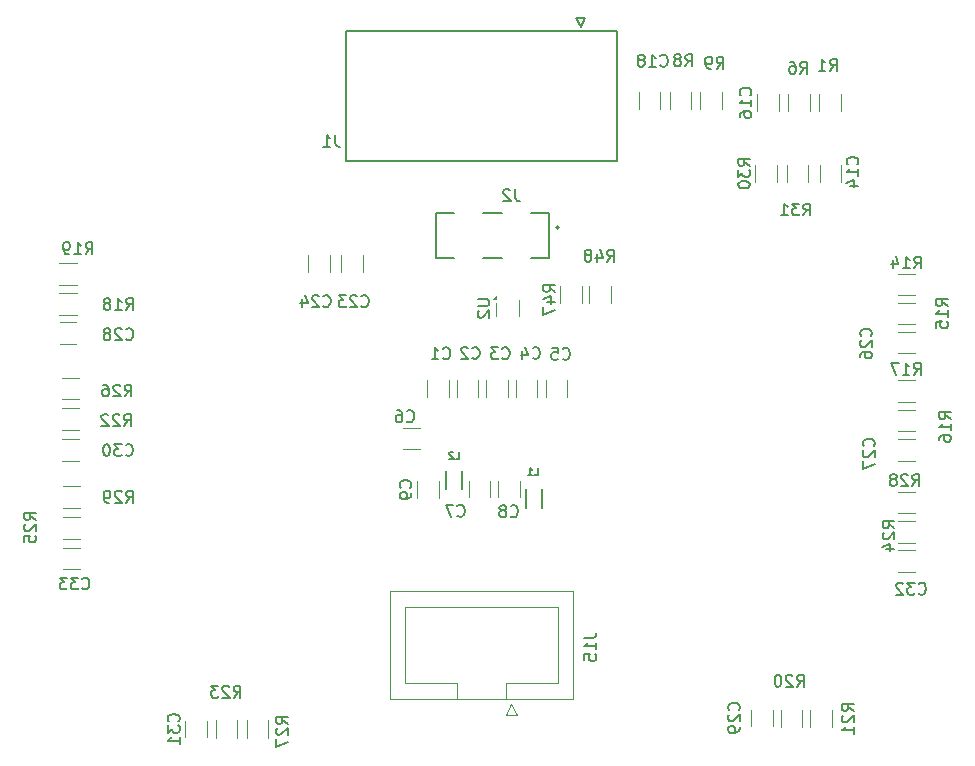
<source format=gbr>
%TF.GenerationSoftware,KiCad,Pcbnew,9.0.0*%
%TF.CreationDate,2025-03-22T00:06:51+01:00*%
%TF.ProjectId,steering_wheel_unit,73746565-7269-46e6-975f-776865656c5f,rev?*%
%TF.SameCoordinates,Original*%
%TF.FileFunction,Legend,Bot*%
%TF.FilePolarity,Positive*%
%FSLAX46Y46*%
G04 Gerber Fmt 4.6, Leading zero omitted, Abs format (unit mm)*
G04 Created by KiCad (PCBNEW 9.0.0) date 2025-03-22 00:06:51*
%MOMM*%
%LPD*%
G01*
G04 APERTURE LIST*
%ADD10C,0.150000*%
%ADD11C,0.127000*%
%ADD12C,0.120000*%
%ADD13C,0.200000*%
G04 APERTURE END LIST*
D10*
X174293333Y-87024819D02*
X174293333Y-87739104D01*
X174293333Y-87739104D02*
X174340952Y-87881961D01*
X174340952Y-87881961D02*
X174436190Y-87977200D01*
X174436190Y-87977200D02*
X174579047Y-88024819D01*
X174579047Y-88024819D02*
X174674285Y-88024819D01*
X173293333Y-88024819D02*
X173864761Y-88024819D01*
X173579047Y-88024819D02*
X173579047Y-87024819D01*
X173579047Y-87024819D02*
X173674285Y-87167676D01*
X173674285Y-87167676D02*
X173769523Y-87262914D01*
X173769523Y-87262914D02*
X173864761Y-87310533D01*
X184475060Y-114473817D02*
X184775232Y-114473817D01*
X184775232Y-114473817D02*
X184775232Y-113843456D01*
X184294957Y-113903490D02*
X184264940Y-113873473D01*
X184264940Y-113873473D02*
X184204905Y-113843456D01*
X184204905Y-113843456D02*
X184054819Y-113843456D01*
X184054819Y-113843456D02*
X183994785Y-113873473D01*
X183994785Y-113873473D02*
X183964768Y-113903490D01*
X183964768Y-113903490D02*
X183934750Y-113963524D01*
X183934750Y-113963524D02*
X183934750Y-114023559D01*
X183934750Y-114023559D02*
X183964768Y-114113610D01*
X183964768Y-114113610D02*
X184324974Y-114473817D01*
X184324974Y-114473817D02*
X183934750Y-114473817D01*
X184626666Y-119269580D02*
X184674285Y-119317200D01*
X184674285Y-119317200D02*
X184817142Y-119364819D01*
X184817142Y-119364819D02*
X184912380Y-119364819D01*
X184912380Y-119364819D02*
X185055237Y-119317200D01*
X185055237Y-119317200D02*
X185150475Y-119221961D01*
X185150475Y-119221961D02*
X185198094Y-119126723D01*
X185198094Y-119126723D02*
X185245713Y-118936247D01*
X185245713Y-118936247D02*
X185245713Y-118793390D01*
X185245713Y-118793390D02*
X185198094Y-118602914D01*
X185198094Y-118602914D02*
X185150475Y-118507676D01*
X185150475Y-118507676D02*
X185055237Y-118412438D01*
X185055237Y-118412438D02*
X184912380Y-118364819D01*
X184912380Y-118364819D02*
X184817142Y-118364819D01*
X184817142Y-118364819D02*
X184674285Y-118412438D01*
X184674285Y-118412438D02*
X184626666Y-118460057D01*
X184293332Y-118364819D02*
X183626666Y-118364819D01*
X183626666Y-118364819D02*
X184055237Y-119364819D01*
X189136666Y-119299580D02*
X189184285Y-119347200D01*
X189184285Y-119347200D02*
X189327142Y-119394819D01*
X189327142Y-119394819D02*
X189422380Y-119394819D01*
X189422380Y-119394819D02*
X189565237Y-119347200D01*
X189565237Y-119347200D02*
X189660475Y-119251961D01*
X189660475Y-119251961D02*
X189708094Y-119156723D01*
X189708094Y-119156723D02*
X189755713Y-118966247D01*
X189755713Y-118966247D02*
X189755713Y-118823390D01*
X189755713Y-118823390D02*
X189708094Y-118632914D01*
X189708094Y-118632914D02*
X189660475Y-118537676D01*
X189660475Y-118537676D02*
X189565237Y-118442438D01*
X189565237Y-118442438D02*
X189422380Y-118394819D01*
X189422380Y-118394819D02*
X189327142Y-118394819D01*
X189327142Y-118394819D02*
X189184285Y-118442438D01*
X189184285Y-118442438D02*
X189136666Y-118490057D01*
X188565237Y-118823390D02*
X188660475Y-118775771D01*
X188660475Y-118775771D02*
X188708094Y-118728152D01*
X188708094Y-118728152D02*
X188755713Y-118632914D01*
X188755713Y-118632914D02*
X188755713Y-118585295D01*
X188755713Y-118585295D02*
X188708094Y-118490057D01*
X188708094Y-118490057D02*
X188660475Y-118442438D01*
X188660475Y-118442438D02*
X188565237Y-118394819D01*
X188565237Y-118394819D02*
X188374761Y-118394819D01*
X188374761Y-118394819D02*
X188279523Y-118442438D01*
X188279523Y-118442438D02*
X188231904Y-118490057D01*
X188231904Y-118490057D02*
X188184285Y-118585295D01*
X188184285Y-118585295D02*
X188184285Y-118632914D01*
X188184285Y-118632914D02*
X188231904Y-118728152D01*
X188231904Y-118728152D02*
X188279523Y-118775771D01*
X188279523Y-118775771D02*
X188374761Y-118823390D01*
X188374761Y-118823390D02*
X188565237Y-118823390D01*
X188565237Y-118823390D02*
X188660475Y-118871009D01*
X188660475Y-118871009D02*
X188708094Y-118918628D01*
X188708094Y-118918628D02*
X188755713Y-119013866D01*
X188755713Y-119013866D02*
X188755713Y-119204342D01*
X188755713Y-119204342D02*
X188708094Y-119299580D01*
X188708094Y-119299580D02*
X188660475Y-119347200D01*
X188660475Y-119347200D02*
X188565237Y-119394819D01*
X188565237Y-119394819D02*
X188374761Y-119394819D01*
X188374761Y-119394819D02*
X188279523Y-119347200D01*
X188279523Y-119347200D02*
X188231904Y-119299580D01*
X188231904Y-119299580D02*
X188184285Y-119204342D01*
X188184285Y-119204342D02*
X188184285Y-119013866D01*
X188184285Y-119013866D02*
X188231904Y-118918628D01*
X188231904Y-118918628D02*
X188279523Y-118871009D01*
X188279523Y-118871009D02*
X188374761Y-118823390D01*
X180639580Y-116898333D02*
X180687200Y-116850714D01*
X180687200Y-116850714D02*
X180734819Y-116707857D01*
X180734819Y-116707857D02*
X180734819Y-116612619D01*
X180734819Y-116612619D02*
X180687200Y-116469762D01*
X180687200Y-116469762D02*
X180591961Y-116374524D01*
X180591961Y-116374524D02*
X180496723Y-116326905D01*
X180496723Y-116326905D02*
X180306247Y-116279286D01*
X180306247Y-116279286D02*
X180163390Y-116279286D01*
X180163390Y-116279286D02*
X179972914Y-116326905D01*
X179972914Y-116326905D02*
X179877676Y-116374524D01*
X179877676Y-116374524D02*
X179782438Y-116469762D01*
X179782438Y-116469762D02*
X179734819Y-116612619D01*
X179734819Y-116612619D02*
X179734819Y-116707857D01*
X179734819Y-116707857D02*
X179782438Y-116850714D01*
X179782438Y-116850714D02*
X179830057Y-116898333D01*
X180734819Y-117374524D02*
X180734819Y-117565000D01*
X180734819Y-117565000D02*
X180687200Y-117660238D01*
X180687200Y-117660238D02*
X180639580Y-117707857D01*
X180639580Y-117707857D02*
X180496723Y-117803095D01*
X180496723Y-117803095D02*
X180306247Y-117850714D01*
X180306247Y-117850714D02*
X179925295Y-117850714D01*
X179925295Y-117850714D02*
X179830057Y-117803095D01*
X179830057Y-117803095D02*
X179782438Y-117755476D01*
X179782438Y-117755476D02*
X179734819Y-117660238D01*
X179734819Y-117660238D02*
X179734819Y-117469762D01*
X179734819Y-117469762D02*
X179782438Y-117374524D01*
X179782438Y-117374524D02*
X179830057Y-117326905D01*
X179830057Y-117326905D02*
X179925295Y-117279286D01*
X179925295Y-117279286D02*
X180163390Y-117279286D01*
X180163390Y-117279286D02*
X180258628Y-117326905D01*
X180258628Y-117326905D02*
X180306247Y-117374524D01*
X180306247Y-117374524D02*
X180353866Y-117469762D01*
X180353866Y-117469762D02*
X180353866Y-117660238D01*
X180353866Y-117660238D02*
X180306247Y-117755476D01*
X180306247Y-117755476D02*
X180258628Y-117803095D01*
X180258628Y-117803095D02*
X180163390Y-117850714D01*
X180356666Y-111259580D02*
X180404285Y-111307200D01*
X180404285Y-111307200D02*
X180547142Y-111354819D01*
X180547142Y-111354819D02*
X180642380Y-111354819D01*
X180642380Y-111354819D02*
X180785237Y-111307200D01*
X180785237Y-111307200D02*
X180880475Y-111211961D01*
X180880475Y-111211961D02*
X180928094Y-111116723D01*
X180928094Y-111116723D02*
X180975713Y-110926247D01*
X180975713Y-110926247D02*
X180975713Y-110783390D01*
X180975713Y-110783390D02*
X180928094Y-110592914D01*
X180928094Y-110592914D02*
X180880475Y-110497676D01*
X180880475Y-110497676D02*
X180785237Y-110402438D01*
X180785237Y-110402438D02*
X180642380Y-110354819D01*
X180642380Y-110354819D02*
X180547142Y-110354819D01*
X180547142Y-110354819D02*
X180404285Y-110402438D01*
X180404285Y-110402438D02*
X180356666Y-110450057D01*
X179499523Y-110354819D02*
X179689999Y-110354819D01*
X179689999Y-110354819D02*
X179785237Y-110402438D01*
X179785237Y-110402438D02*
X179832856Y-110450057D01*
X179832856Y-110450057D02*
X179928094Y-110592914D01*
X179928094Y-110592914D02*
X179975713Y-110783390D01*
X179975713Y-110783390D02*
X179975713Y-111164342D01*
X179975713Y-111164342D02*
X179928094Y-111259580D01*
X179928094Y-111259580D02*
X179880475Y-111307200D01*
X179880475Y-111307200D02*
X179785237Y-111354819D01*
X179785237Y-111354819D02*
X179594761Y-111354819D01*
X179594761Y-111354819D02*
X179499523Y-111307200D01*
X179499523Y-111307200D02*
X179451904Y-111259580D01*
X179451904Y-111259580D02*
X179404285Y-111164342D01*
X179404285Y-111164342D02*
X179404285Y-110926247D01*
X179404285Y-110926247D02*
X179451904Y-110831009D01*
X179451904Y-110831009D02*
X179499523Y-110783390D01*
X179499523Y-110783390D02*
X179594761Y-110735771D01*
X179594761Y-110735771D02*
X179785237Y-110735771D01*
X179785237Y-110735771D02*
X179880475Y-110783390D01*
X179880475Y-110783390D02*
X179928094Y-110831009D01*
X179928094Y-110831009D02*
X179975713Y-110926247D01*
X188426666Y-105939580D02*
X188474285Y-105987200D01*
X188474285Y-105987200D02*
X188617142Y-106034819D01*
X188617142Y-106034819D02*
X188712380Y-106034819D01*
X188712380Y-106034819D02*
X188855237Y-105987200D01*
X188855237Y-105987200D02*
X188950475Y-105891961D01*
X188950475Y-105891961D02*
X188998094Y-105796723D01*
X188998094Y-105796723D02*
X189045713Y-105606247D01*
X189045713Y-105606247D02*
X189045713Y-105463390D01*
X189045713Y-105463390D02*
X188998094Y-105272914D01*
X188998094Y-105272914D02*
X188950475Y-105177676D01*
X188950475Y-105177676D02*
X188855237Y-105082438D01*
X188855237Y-105082438D02*
X188712380Y-105034819D01*
X188712380Y-105034819D02*
X188617142Y-105034819D01*
X188617142Y-105034819D02*
X188474285Y-105082438D01*
X188474285Y-105082438D02*
X188426666Y-105130057D01*
X188093332Y-105034819D02*
X187474285Y-105034819D01*
X187474285Y-105034819D02*
X187807618Y-105415771D01*
X187807618Y-105415771D02*
X187664761Y-105415771D01*
X187664761Y-105415771D02*
X187569523Y-105463390D01*
X187569523Y-105463390D02*
X187521904Y-105511009D01*
X187521904Y-105511009D02*
X187474285Y-105606247D01*
X187474285Y-105606247D02*
X187474285Y-105844342D01*
X187474285Y-105844342D02*
X187521904Y-105939580D01*
X187521904Y-105939580D02*
X187569523Y-105987200D01*
X187569523Y-105987200D02*
X187664761Y-106034819D01*
X187664761Y-106034819D02*
X187950475Y-106034819D01*
X187950475Y-106034819D02*
X188045713Y-105987200D01*
X188045713Y-105987200D02*
X188093332Y-105939580D01*
X208459580Y-135747142D02*
X208507200Y-135699523D01*
X208507200Y-135699523D02*
X208554819Y-135556666D01*
X208554819Y-135556666D02*
X208554819Y-135461428D01*
X208554819Y-135461428D02*
X208507200Y-135318571D01*
X208507200Y-135318571D02*
X208411961Y-135223333D01*
X208411961Y-135223333D02*
X208316723Y-135175714D01*
X208316723Y-135175714D02*
X208126247Y-135128095D01*
X208126247Y-135128095D02*
X207983390Y-135128095D01*
X207983390Y-135128095D02*
X207792914Y-135175714D01*
X207792914Y-135175714D02*
X207697676Y-135223333D01*
X207697676Y-135223333D02*
X207602438Y-135318571D01*
X207602438Y-135318571D02*
X207554819Y-135461428D01*
X207554819Y-135461428D02*
X207554819Y-135556666D01*
X207554819Y-135556666D02*
X207602438Y-135699523D01*
X207602438Y-135699523D02*
X207650057Y-135747142D01*
X207650057Y-136128095D02*
X207602438Y-136175714D01*
X207602438Y-136175714D02*
X207554819Y-136270952D01*
X207554819Y-136270952D02*
X207554819Y-136509047D01*
X207554819Y-136509047D02*
X207602438Y-136604285D01*
X207602438Y-136604285D02*
X207650057Y-136651904D01*
X207650057Y-136651904D02*
X207745295Y-136699523D01*
X207745295Y-136699523D02*
X207840533Y-136699523D01*
X207840533Y-136699523D02*
X207983390Y-136651904D01*
X207983390Y-136651904D02*
X208554819Y-136080476D01*
X208554819Y-136080476D02*
X208554819Y-136699523D01*
X208554819Y-137175714D02*
X208554819Y-137366190D01*
X208554819Y-137366190D02*
X208507200Y-137461428D01*
X208507200Y-137461428D02*
X208459580Y-137509047D01*
X208459580Y-137509047D02*
X208316723Y-137604285D01*
X208316723Y-137604285D02*
X208126247Y-137651904D01*
X208126247Y-137651904D02*
X207745295Y-137651904D01*
X207745295Y-137651904D02*
X207650057Y-137604285D01*
X207650057Y-137604285D02*
X207602438Y-137556666D01*
X207602438Y-137556666D02*
X207554819Y-137461428D01*
X207554819Y-137461428D02*
X207554819Y-137270952D01*
X207554819Y-137270952D02*
X207602438Y-137175714D01*
X207602438Y-137175714D02*
X207650057Y-137128095D01*
X207650057Y-137128095D02*
X207745295Y-137080476D01*
X207745295Y-137080476D02*
X207983390Y-137080476D01*
X207983390Y-137080476D02*
X208078628Y-137128095D01*
X208078628Y-137128095D02*
X208126247Y-137175714D01*
X208126247Y-137175714D02*
X208173866Y-137270952D01*
X208173866Y-137270952D02*
X208173866Y-137461428D01*
X208173866Y-137461428D02*
X208126247Y-137556666D01*
X208126247Y-137556666D02*
X208078628Y-137604285D01*
X208078628Y-137604285D02*
X207983390Y-137651904D01*
X226414819Y-111097142D02*
X225938628Y-110763809D01*
X226414819Y-110525714D02*
X225414819Y-110525714D01*
X225414819Y-110525714D02*
X225414819Y-110906666D01*
X225414819Y-110906666D02*
X225462438Y-111001904D01*
X225462438Y-111001904D02*
X225510057Y-111049523D01*
X225510057Y-111049523D02*
X225605295Y-111097142D01*
X225605295Y-111097142D02*
X225748152Y-111097142D01*
X225748152Y-111097142D02*
X225843390Y-111049523D01*
X225843390Y-111049523D02*
X225891009Y-111001904D01*
X225891009Y-111001904D02*
X225938628Y-110906666D01*
X225938628Y-110906666D02*
X225938628Y-110525714D01*
X226414819Y-112049523D02*
X226414819Y-111478095D01*
X226414819Y-111763809D02*
X225414819Y-111763809D01*
X225414819Y-111763809D02*
X225557676Y-111668571D01*
X225557676Y-111668571D02*
X225652914Y-111573333D01*
X225652914Y-111573333D02*
X225700533Y-111478095D01*
X225414819Y-112906666D02*
X225414819Y-112716190D01*
X225414819Y-112716190D02*
X225462438Y-112620952D01*
X225462438Y-112620952D02*
X225510057Y-112573333D01*
X225510057Y-112573333D02*
X225652914Y-112478095D01*
X225652914Y-112478095D02*
X225843390Y-112430476D01*
X225843390Y-112430476D02*
X226224342Y-112430476D01*
X226224342Y-112430476D02*
X226319580Y-112478095D01*
X226319580Y-112478095D02*
X226367200Y-112525714D01*
X226367200Y-112525714D02*
X226414819Y-112620952D01*
X226414819Y-112620952D02*
X226414819Y-112811428D01*
X226414819Y-112811428D02*
X226367200Y-112906666D01*
X226367200Y-112906666D02*
X226319580Y-112954285D01*
X226319580Y-112954285D02*
X226224342Y-113001904D01*
X226224342Y-113001904D02*
X225986247Y-113001904D01*
X225986247Y-113001904D02*
X225891009Y-112954285D01*
X225891009Y-112954285D02*
X225843390Y-112906666D01*
X225843390Y-112906666D02*
X225795771Y-112811428D01*
X225795771Y-112811428D02*
X225795771Y-112620952D01*
X225795771Y-112620952D02*
X225843390Y-112525714D01*
X225843390Y-112525714D02*
X225891009Y-112478095D01*
X225891009Y-112478095D02*
X225986247Y-112430476D01*
X206586666Y-81434819D02*
X206919999Y-80958628D01*
X207158094Y-81434819D02*
X207158094Y-80434819D01*
X207158094Y-80434819D02*
X206777142Y-80434819D01*
X206777142Y-80434819D02*
X206681904Y-80482438D01*
X206681904Y-80482438D02*
X206634285Y-80530057D01*
X206634285Y-80530057D02*
X206586666Y-80625295D01*
X206586666Y-80625295D02*
X206586666Y-80768152D01*
X206586666Y-80768152D02*
X206634285Y-80863390D01*
X206634285Y-80863390D02*
X206681904Y-80911009D01*
X206681904Y-80911009D02*
X206777142Y-80958628D01*
X206777142Y-80958628D02*
X207158094Y-80958628D01*
X206110475Y-81434819D02*
X205919999Y-81434819D01*
X205919999Y-81434819D02*
X205824761Y-81387200D01*
X205824761Y-81387200D02*
X205777142Y-81339580D01*
X205777142Y-81339580D02*
X205681904Y-81196723D01*
X205681904Y-81196723D02*
X205634285Y-81006247D01*
X205634285Y-81006247D02*
X205634285Y-80625295D01*
X205634285Y-80625295D02*
X205681904Y-80530057D01*
X205681904Y-80530057D02*
X205729523Y-80482438D01*
X205729523Y-80482438D02*
X205824761Y-80434819D01*
X205824761Y-80434819D02*
X206015237Y-80434819D01*
X206015237Y-80434819D02*
X206110475Y-80482438D01*
X206110475Y-80482438D02*
X206158094Y-80530057D01*
X206158094Y-80530057D02*
X206205713Y-80625295D01*
X206205713Y-80625295D02*
X206205713Y-80863390D01*
X206205713Y-80863390D02*
X206158094Y-80958628D01*
X206158094Y-80958628D02*
X206110475Y-81006247D01*
X206110475Y-81006247D02*
X206015237Y-81053866D01*
X206015237Y-81053866D02*
X205824761Y-81053866D01*
X205824761Y-81053866D02*
X205729523Y-81006247D01*
X205729523Y-81006247D02*
X205681904Y-80958628D01*
X205681904Y-80958628D02*
X205634285Y-80863390D01*
X152852857Y-125429580D02*
X152900476Y-125477200D01*
X152900476Y-125477200D02*
X153043333Y-125524819D01*
X153043333Y-125524819D02*
X153138571Y-125524819D01*
X153138571Y-125524819D02*
X153281428Y-125477200D01*
X153281428Y-125477200D02*
X153376666Y-125381961D01*
X153376666Y-125381961D02*
X153424285Y-125286723D01*
X153424285Y-125286723D02*
X153471904Y-125096247D01*
X153471904Y-125096247D02*
X153471904Y-124953390D01*
X153471904Y-124953390D02*
X153424285Y-124762914D01*
X153424285Y-124762914D02*
X153376666Y-124667676D01*
X153376666Y-124667676D02*
X153281428Y-124572438D01*
X153281428Y-124572438D02*
X153138571Y-124524819D01*
X153138571Y-124524819D02*
X153043333Y-124524819D01*
X153043333Y-124524819D02*
X152900476Y-124572438D01*
X152900476Y-124572438D02*
X152852857Y-124620057D01*
X152519523Y-124524819D02*
X151900476Y-124524819D01*
X151900476Y-124524819D02*
X152233809Y-124905771D01*
X152233809Y-124905771D02*
X152090952Y-124905771D01*
X152090952Y-124905771D02*
X151995714Y-124953390D01*
X151995714Y-124953390D02*
X151948095Y-125001009D01*
X151948095Y-125001009D02*
X151900476Y-125096247D01*
X151900476Y-125096247D02*
X151900476Y-125334342D01*
X151900476Y-125334342D02*
X151948095Y-125429580D01*
X151948095Y-125429580D02*
X151995714Y-125477200D01*
X151995714Y-125477200D02*
X152090952Y-125524819D01*
X152090952Y-125524819D02*
X152376666Y-125524819D01*
X152376666Y-125524819D02*
X152471904Y-125477200D01*
X152471904Y-125477200D02*
X152519523Y-125429580D01*
X151567142Y-124524819D02*
X150948095Y-124524819D01*
X150948095Y-124524819D02*
X151281428Y-124905771D01*
X151281428Y-124905771D02*
X151138571Y-124905771D01*
X151138571Y-124905771D02*
X151043333Y-124953390D01*
X151043333Y-124953390D02*
X150995714Y-125001009D01*
X150995714Y-125001009D02*
X150948095Y-125096247D01*
X150948095Y-125096247D02*
X150948095Y-125334342D01*
X150948095Y-125334342D02*
X150995714Y-125429580D01*
X150995714Y-125429580D02*
X151043333Y-125477200D01*
X151043333Y-125477200D02*
X151138571Y-125524819D01*
X151138571Y-125524819D02*
X151424285Y-125524819D01*
X151424285Y-125524819D02*
X151519523Y-125477200D01*
X151519523Y-125477200D02*
X151567142Y-125429580D01*
X221624819Y-120327142D02*
X221148628Y-119993809D01*
X221624819Y-119755714D02*
X220624819Y-119755714D01*
X220624819Y-119755714D02*
X220624819Y-120136666D01*
X220624819Y-120136666D02*
X220672438Y-120231904D01*
X220672438Y-120231904D02*
X220720057Y-120279523D01*
X220720057Y-120279523D02*
X220815295Y-120327142D01*
X220815295Y-120327142D02*
X220958152Y-120327142D01*
X220958152Y-120327142D02*
X221053390Y-120279523D01*
X221053390Y-120279523D02*
X221101009Y-120231904D01*
X221101009Y-120231904D02*
X221148628Y-120136666D01*
X221148628Y-120136666D02*
X221148628Y-119755714D01*
X220720057Y-120708095D02*
X220672438Y-120755714D01*
X220672438Y-120755714D02*
X220624819Y-120850952D01*
X220624819Y-120850952D02*
X220624819Y-121089047D01*
X220624819Y-121089047D02*
X220672438Y-121184285D01*
X220672438Y-121184285D02*
X220720057Y-121231904D01*
X220720057Y-121231904D02*
X220815295Y-121279523D01*
X220815295Y-121279523D02*
X220910533Y-121279523D01*
X220910533Y-121279523D02*
X221053390Y-121231904D01*
X221053390Y-121231904D02*
X221624819Y-120660476D01*
X221624819Y-120660476D02*
X221624819Y-121279523D01*
X220958152Y-122136666D02*
X221624819Y-122136666D01*
X220577200Y-121898571D02*
X221291485Y-121660476D01*
X221291485Y-121660476D02*
X221291485Y-122279523D01*
X186347319Y-100938095D02*
X187156842Y-100938095D01*
X187156842Y-100938095D02*
X187252080Y-100985714D01*
X187252080Y-100985714D02*
X187299700Y-101033333D01*
X187299700Y-101033333D02*
X187347319Y-101128571D01*
X187347319Y-101128571D02*
X187347319Y-101319047D01*
X187347319Y-101319047D02*
X187299700Y-101414285D01*
X187299700Y-101414285D02*
X187252080Y-101461904D01*
X187252080Y-101461904D02*
X187156842Y-101509523D01*
X187156842Y-101509523D02*
X186347319Y-101509523D01*
X186442557Y-101938095D02*
X186394938Y-101985714D01*
X186394938Y-101985714D02*
X186347319Y-102080952D01*
X186347319Y-102080952D02*
X186347319Y-102319047D01*
X186347319Y-102319047D02*
X186394938Y-102414285D01*
X186394938Y-102414285D02*
X186442557Y-102461904D01*
X186442557Y-102461904D02*
X186537795Y-102509523D01*
X186537795Y-102509523D02*
X186633033Y-102509523D01*
X186633033Y-102509523D02*
X186775890Y-102461904D01*
X186775890Y-102461904D02*
X187347319Y-101890476D01*
X187347319Y-101890476D02*
X187347319Y-102509523D01*
X153142857Y-97134819D02*
X153476190Y-96658628D01*
X153714285Y-97134819D02*
X153714285Y-96134819D01*
X153714285Y-96134819D02*
X153333333Y-96134819D01*
X153333333Y-96134819D02*
X153238095Y-96182438D01*
X153238095Y-96182438D02*
X153190476Y-96230057D01*
X153190476Y-96230057D02*
X153142857Y-96325295D01*
X153142857Y-96325295D02*
X153142857Y-96468152D01*
X153142857Y-96468152D02*
X153190476Y-96563390D01*
X153190476Y-96563390D02*
X153238095Y-96611009D01*
X153238095Y-96611009D02*
X153333333Y-96658628D01*
X153333333Y-96658628D02*
X153714285Y-96658628D01*
X152190476Y-97134819D02*
X152761904Y-97134819D01*
X152476190Y-97134819D02*
X152476190Y-96134819D01*
X152476190Y-96134819D02*
X152571428Y-96277676D01*
X152571428Y-96277676D02*
X152666666Y-96372914D01*
X152666666Y-96372914D02*
X152761904Y-96420533D01*
X151714285Y-97134819D02*
X151523809Y-97134819D01*
X151523809Y-97134819D02*
X151428571Y-97087200D01*
X151428571Y-97087200D02*
X151380952Y-97039580D01*
X151380952Y-97039580D02*
X151285714Y-96896723D01*
X151285714Y-96896723D02*
X151238095Y-96706247D01*
X151238095Y-96706247D02*
X151238095Y-96325295D01*
X151238095Y-96325295D02*
X151285714Y-96230057D01*
X151285714Y-96230057D02*
X151333333Y-96182438D01*
X151333333Y-96182438D02*
X151428571Y-96134819D01*
X151428571Y-96134819D02*
X151619047Y-96134819D01*
X151619047Y-96134819D02*
X151714285Y-96182438D01*
X151714285Y-96182438D02*
X151761904Y-96230057D01*
X151761904Y-96230057D02*
X151809523Y-96325295D01*
X151809523Y-96325295D02*
X151809523Y-96563390D01*
X151809523Y-96563390D02*
X151761904Y-96658628D01*
X151761904Y-96658628D02*
X151714285Y-96706247D01*
X151714285Y-96706247D02*
X151619047Y-96753866D01*
X151619047Y-96753866D02*
X151428571Y-96753866D01*
X151428571Y-96753866D02*
X151333333Y-96706247D01*
X151333333Y-96706247D02*
X151285714Y-96658628D01*
X151285714Y-96658628D02*
X151238095Y-96563390D01*
X219869580Y-113377142D02*
X219917200Y-113329523D01*
X219917200Y-113329523D02*
X219964819Y-113186666D01*
X219964819Y-113186666D02*
X219964819Y-113091428D01*
X219964819Y-113091428D02*
X219917200Y-112948571D01*
X219917200Y-112948571D02*
X219821961Y-112853333D01*
X219821961Y-112853333D02*
X219726723Y-112805714D01*
X219726723Y-112805714D02*
X219536247Y-112758095D01*
X219536247Y-112758095D02*
X219393390Y-112758095D01*
X219393390Y-112758095D02*
X219202914Y-112805714D01*
X219202914Y-112805714D02*
X219107676Y-112853333D01*
X219107676Y-112853333D02*
X219012438Y-112948571D01*
X219012438Y-112948571D02*
X218964819Y-113091428D01*
X218964819Y-113091428D02*
X218964819Y-113186666D01*
X218964819Y-113186666D02*
X219012438Y-113329523D01*
X219012438Y-113329523D02*
X219060057Y-113377142D01*
X219060057Y-113758095D02*
X219012438Y-113805714D01*
X219012438Y-113805714D02*
X218964819Y-113900952D01*
X218964819Y-113900952D02*
X218964819Y-114139047D01*
X218964819Y-114139047D02*
X219012438Y-114234285D01*
X219012438Y-114234285D02*
X219060057Y-114281904D01*
X219060057Y-114281904D02*
X219155295Y-114329523D01*
X219155295Y-114329523D02*
X219250533Y-114329523D01*
X219250533Y-114329523D02*
X219393390Y-114281904D01*
X219393390Y-114281904D02*
X219964819Y-113710476D01*
X219964819Y-113710476D02*
X219964819Y-114329523D01*
X218964819Y-114662857D02*
X218964819Y-115329523D01*
X218964819Y-115329523D02*
X219964819Y-114900952D01*
X190996666Y-105909580D02*
X191044285Y-105957200D01*
X191044285Y-105957200D02*
X191187142Y-106004819D01*
X191187142Y-106004819D02*
X191282380Y-106004819D01*
X191282380Y-106004819D02*
X191425237Y-105957200D01*
X191425237Y-105957200D02*
X191520475Y-105861961D01*
X191520475Y-105861961D02*
X191568094Y-105766723D01*
X191568094Y-105766723D02*
X191615713Y-105576247D01*
X191615713Y-105576247D02*
X191615713Y-105433390D01*
X191615713Y-105433390D02*
X191568094Y-105242914D01*
X191568094Y-105242914D02*
X191520475Y-105147676D01*
X191520475Y-105147676D02*
X191425237Y-105052438D01*
X191425237Y-105052438D02*
X191282380Y-105004819D01*
X191282380Y-105004819D02*
X191187142Y-105004819D01*
X191187142Y-105004819D02*
X191044285Y-105052438D01*
X191044285Y-105052438D02*
X190996666Y-105100057D01*
X190139523Y-105338152D02*
X190139523Y-106004819D01*
X190377618Y-104957200D02*
X190615713Y-105671485D01*
X190615713Y-105671485D02*
X189996666Y-105671485D01*
X165682857Y-134674819D02*
X166016190Y-134198628D01*
X166254285Y-134674819D02*
X166254285Y-133674819D01*
X166254285Y-133674819D02*
X165873333Y-133674819D01*
X165873333Y-133674819D02*
X165778095Y-133722438D01*
X165778095Y-133722438D02*
X165730476Y-133770057D01*
X165730476Y-133770057D02*
X165682857Y-133865295D01*
X165682857Y-133865295D02*
X165682857Y-134008152D01*
X165682857Y-134008152D02*
X165730476Y-134103390D01*
X165730476Y-134103390D02*
X165778095Y-134151009D01*
X165778095Y-134151009D02*
X165873333Y-134198628D01*
X165873333Y-134198628D02*
X166254285Y-134198628D01*
X165301904Y-133770057D02*
X165254285Y-133722438D01*
X165254285Y-133722438D02*
X165159047Y-133674819D01*
X165159047Y-133674819D02*
X164920952Y-133674819D01*
X164920952Y-133674819D02*
X164825714Y-133722438D01*
X164825714Y-133722438D02*
X164778095Y-133770057D01*
X164778095Y-133770057D02*
X164730476Y-133865295D01*
X164730476Y-133865295D02*
X164730476Y-133960533D01*
X164730476Y-133960533D02*
X164778095Y-134103390D01*
X164778095Y-134103390D02*
X165349523Y-134674819D01*
X165349523Y-134674819D02*
X164730476Y-134674819D01*
X164397142Y-133674819D02*
X163778095Y-133674819D01*
X163778095Y-133674819D02*
X164111428Y-134055771D01*
X164111428Y-134055771D02*
X163968571Y-134055771D01*
X163968571Y-134055771D02*
X163873333Y-134103390D01*
X163873333Y-134103390D02*
X163825714Y-134151009D01*
X163825714Y-134151009D02*
X163778095Y-134246247D01*
X163778095Y-134246247D02*
X163778095Y-134484342D01*
X163778095Y-134484342D02*
X163825714Y-134579580D01*
X163825714Y-134579580D02*
X163873333Y-134627200D01*
X163873333Y-134627200D02*
X163968571Y-134674819D01*
X163968571Y-134674819D02*
X164254285Y-134674819D01*
X164254285Y-134674819D02*
X164349523Y-134627200D01*
X164349523Y-134627200D02*
X164397142Y-134579580D01*
X173272857Y-101519580D02*
X173320476Y-101567200D01*
X173320476Y-101567200D02*
X173463333Y-101614819D01*
X173463333Y-101614819D02*
X173558571Y-101614819D01*
X173558571Y-101614819D02*
X173701428Y-101567200D01*
X173701428Y-101567200D02*
X173796666Y-101471961D01*
X173796666Y-101471961D02*
X173844285Y-101376723D01*
X173844285Y-101376723D02*
X173891904Y-101186247D01*
X173891904Y-101186247D02*
X173891904Y-101043390D01*
X173891904Y-101043390D02*
X173844285Y-100852914D01*
X173844285Y-100852914D02*
X173796666Y-100757676D01*
X173796666Y-100757676D02*
X173701428Y-100662438D01*
X173701428Y-100662438D02*
X173558571Y-100614819D01*
X173558571Y-100614819D02*
X173463333Y-100614819D01*
X173463333Y-100614819D02*
X173320476Y-100662438D01*
X173320476Y-100662438D02*
X173272857Y-100710057D01*
X172891904Y-100710057D02*
X172844285Y-100662438D01*
X172844285Y-100662438D02*
X172749047Y-100614819D01*
X172749047Y-100614819D02*
X172510952Y-100614819D01*
X172510952Y-100614819D02*
X172415714Y-100662438D01*
X172415714Y-100662438D02*
X172368095Y-100710057D01*
X172368095Y-100710057D02*
X172320476Y-100805295D01*
X172320476Y-100805295D02*
X172320476Y-100900533D01*
X172320476Y-100900533D02*
X172368095Y-101043390D01*
X172368095Y-101043390D02*
X172939523Y-101614819D01*
X172939523Y-101614819D02*
X172320476Y-101614819D01*
X171463333Y-100948152D02*
X171463333Y-101614819D01*
X171701428Y-100567200D02*
X171939523Y-101281485D01*
X171939523Y-101281485D02*
X171320476Y-101281485D01*
X191145060Y-115873817D02*
X191445232Y-115873817D01*
X191445232Y-115873817D02*
X191445232Y-115243456D01*
X190604750Y-115873817D02*
X190964957Y-115873817D01*
X190784854Y-115873817D02*
X190784854Y-115243456D01*
X190784854Y-115243456D02*
X190844888Y-115333507D01*
X190844888Y-115333507D02*
X190904922Y-115393542D01*
X190904922Y-115393542D02*
X190964957Y-115423559D01*
X226144819Y-101497142D02*
X225668628Y-101163809D01*
X226144819Y-100925714D02*
X225144819Y-100925714D01*
X225144819Y-100925714D02*
X225144819Y-101306666D01*
X225144819Y-101306666D02*
X225192438Y-101401904D01*
X225192438Y-101401904D02*
X225240057Y-101449523D01*
X225240057Y-101449523D02*
X225335295Y-101497142D01*
X225335295Y-101497142D02*
X225478152Y-101497142D01*
X225478152Y-101497142D02*
X225573390Y-101449523D01*
X225573390Y-101449523D02*
X225621009Y-101401904D01*
X225621009Y-101401904D02*
X225668628Y-101306666D01*
X225668628Y-101306666D02*
X225668628Y-100925714D01*
X226144819Y-102449523D02*
X226144819Y-101878095D01*
X226144819Y-102163809D02*
X225144819Y-102163809D01*
X225144819Y-102163809D02*
X225287676Y-102068571D01*
X225287676Y-102068571D02*
X225382914Y-101973333D01*
X225382914Y-101973333D02*
X225430533Y-101878095D01*
X225144819Y-103354285D02*
X225144819Y-102878095D01*
X225144819Y-102878095D02*
X225621009Y-102830476D01*
X225621009Y-102830476D02*
X225573390Y-102878095D01*
X225573390Y-102878095D02*
X225525771Y-102973333D01*
X225525771Y-102973333D02*
X225525771Y-103211428D01*
X225525771Y-103211428D02*
X225573390Y-103306666D01*
X225573390Y-103306666D02*
X225621009Y-103354285D01*
X225621009Y-103354285D02*
X225716247Y-103401904D01*
X225716247Y-103401904D02*
X225954342Y-103401904D01*
X225954342Y-103401904D02*
X226049580Y-103354285D01*
X226049580Y-103354285D02*
X226097200Y-103306666D01*
X226097200Y-103306666D02*
X226144819Y-103211428D01*
X226144819Y-103211428D02*
X226144819Y-102973333D01*
X226144819Y-102973333D02*
X226097200Y-102878095D01*
X226097200Y-102878095D02*
X226049580Y-102830476D01*
X183406666Y-105939580D02*
X183454285Y-105987200D01*
X183454285Y-105987200D02*
X183597142Y-106034819D01*
X183597142Y-106034819D02*
X183692380Y-106034819D01*
X183692380Y-106034819D02*
X183835237Y-105987200D01*
X183835237Y-105987200D02*
X183930475Y-105891961D01*
X183930475Y-105891961D02*
X183978094Y-105796723D01*
X183978094Y-105796723D02*
X184025713Y-105606247D01*
X184025713Y-105606247D02*
X184025713Y-105463390D01*
X184025713Y-105463390D02*
X183978094Y-105272914D01*
X183978094Y-105272914D02*
X183930475Y-105177676D01*
X183930475Y-105177676D02*
X183835237Y-105082438D01*
X183835237Y-105082438D02*
X183692380Y-105034819D01*
X183692380Y-105034819D02*
X183597142Y-105034819D01*
X183597142Y-105034819D02*
X183454285Y-105082438D01*
X183454285Y-105082438D02*
X183406666Y-105130057D01*
X182454285Y-106034819D02*
X183025713Y-106034819D01*
X182739999Y-106034819D02*
X182739999Y-105034819D01*
X182739999Y-105034819D02*
X182835237Y-105177676D01*
X182835237Y-105177676D02*
X182930475Y-105272914D01*
X182930475Y-105272914D02*
X183025713Y-105320533D01*
X170274819Y-136897142D02*
X169798628Y-136563809D01*
X170274819Y-136325714D02*
X169274819Y-136325714D01*
X169274819Y-136325714D02*
X169274819Y-136706666D01*
X169274819Y-136706666D02*
X169322438Y-136801904D01*
X169322438Y-136801904D02*
X169370057Y-136849523D01*
X169370057Y-136849523D02*
X169465295Y-136897142D01*
X169465295Y-136897142D02*
X169608152Y-136897142D01*
X169608152Y-136897142D02*
X169703390Y-136849523D01*
X169703390Y-136849523D02*
X169751009Y-136801904D01*
X169751009Y-136801904D02*
X169798628Y-136706666D01*
X169798628Y-136706666D02*
X169798628Y-136325714D01*
X169370057Y-137278095D02*
X169322438Y-137325714D01*
X169322438Y-137325714D02*
X169274819Y-137420952D01*
X169274819Y-137420952D02*
X169274819Y-137659047D01*
X169274819Y-137659047D02*
X169322438Y-137754285D01*
X169322438Y-137754285D02*
X169370057Y-137801904D01*
X169370057Y-137801904D02*
X169465295Y-137849523D01*
X169465295Y-137849523D02*
X169560533Y-137849523D01*
X169560533Y-137849523D02*
X169703390Y-137801904D01*
X169703390Y-137801904D02*
X170274819Y-137230476D01*
X170274819Y-137230476D02*
X170274819Y-137849523D01*
X169274819Y-138182857D02*
X169274819Y-138849523D01*
X169274819Y-138849523D02*
X170274819Y-138420952D01*
X223672857Y-125859580D02*
X223720476Y-125907200D01*
X223720476Y-125907200D02*
X223863333Y-125954819D01*
X223863333Y-125954819D02*
X223958571Y-125954819D01*
X223958571Y-125954819D02*
X224101428Y-125907200D01*
X224101428Y-125907200D02*
X224196666Y-125811961D01*
X224196666Y-125811961D02*
X224244285Y-125716723D01*
X224244285Y-125716723D02*
X224291904Y-125526247D01*
X224291904Y-125526247D02*
X224291904Y-125383390D01*
X224291904Y-125383390D02*
X224244285Y-125192914D01*
X224244285Y-125192914D02*
X224196666Y-125097676D01*
X224196666Y-125097676D02*
X224101428Y-125002438D01*
X224101428Y-125002438D02*
X223958571Y-124954819D01*
X223958571Y-124954819D02*
X223863333Y-124954819D01*
X223863333Y-124954819D02*
X223720476Y-125002438D01*
X223720476Y-125002438D02*
X223672857Y-125050057D01*
X223339523Y-124954819D02*
X222720476Y-124954819D01*
X222720476Y-124954819D02*
X223053809Y-125335771D01*
X223053809Y-125335771D02*
X222910952Y-125335771D01*
X222910952Y-125335771D02*
X222815714Y-125383390D01*
X222815714Y-125383390D02*
X222768095Y-125431009D01*
X222768095Y-125431009D02*
X222720476Y-125526247D01*
X222720476Y-125526247D02*
X222720476Y-125764342D01*
X222720476Y-125764342D02*
X222768095Y-125859580D01*
X222768095Y-125859580D02*
X222815714Y-125907200D01*
X222815714Y-125907200D02*
X222910952Y-125954819D01*
X222910952Y-125954819D02*
X223196666Y-125954819D01*
X223196666Y-125954819D02*
X223291904Y-125907200D01*
X223291904Y-125907200D02*
X223339523Y-125859580D01*
X222339523Y-125050057D02*
X222291904Y-125002438D01*
X222291904Y-125002438D02*
X222196666Y-124954819D01*
X222196666Y-124954819D02*
X221958571Y-124954819D01*
X221958571Y-124954819D02*
X221863333Y-125002438D01*
X221863333Y-125002438D02*
X221815714Y-125050057D01*
X221815714Y-125050057D02*
X221768095Y-125145295D01*
X221768095Y-125145295D02*
X221768095Y-125240533D01*
X221768095Y-125240533D02*
X221815714Y-125383390D01*
X221815714Y-125383390D02*
X222387142Y-125954819D01*
X222387142Y-125954819D02*
X221768095Y-125954819D01*
X195384819Y-129600476D02*
X196099104Y-129600476D01*
X196099104Y-129600476D02*
X196241961Y-129552857D01*
X196241961Y-129552857D02*
X196337200Y-129457619D01*
X196337200Y-129457619D02*
X196384819Y-129314762D01*
X196384819Y-129314762D02*
X196384819Y-129219524D01*
X196384819Y-130600476D02*
X196384819Y-130029048D01*
X196384819Y-130314762D02*
X195384819Y-130314762D01*
X195384819Y-130314762D02*
X195527676Y-130219524D01*
X195527676Y-130219524D02*
X195622914Y-130124286D01*
X195622914Y-130124286D02*
X195670533Y-130029048D01*
X195384819Y-131505238D02*
X195384819Y-131029048D01*
X195384819Y-131029048D02*
X195861009Y-130981429D01*
X195861009Y-130981429D02*
X195813390Y-131029048D01*
X195813390Y-131029048D02*
X195765771Y-131124286D01*
X195765771Y-131124286D02*
X195765771Y-131362381D01*
X195765771Y-131362381D02*
X195813390Y-131457619D01*
X195813390Y-131457619D02*
X195861009Y-131505238D01*
X195861009Y-131505238D02*
X195956247Y-131552857D01*
X195956247Y-131552857D02*
X196194342Y-131552857D01*
X196194342Y-131552857D02*
X196289580Y-131505238D01*
X196289580Y-131505238D02*
X196337200Y-131457619D01*
X196337200Y-131457619D02*
X196384819Y-131362381D01*
X196384819Y-131362381D02*
X196384819Y-131124286D01*
X196384819Y-131124286D02*
X196337200Y-131029048D01*
X196337200Y-131029048D02*
X196289580Y-130981429D01*
X223280357Y-107334819D02*
X223613690Y-106858628D01*
X223851785Y-107334819D02*
X223851785Y-106334819D01*
X223851785Y-106334819D02*
X223470833Y-106334819D01*
X223470833Y-106334819D02*
X223375595Y-106382438D01*
X223375595Y-106382438D02*
X223327976Y-106430057D01*
X223327976Y-106430057D02*
X223280357Y-106525295D01*
X223280357Y-106525295D02*
X223280357Y-106668152D01*
X223280357Y-106668152D02*
X223327976Y-106763390D01*
X223327976Y-106763390D02*
X223375595Y-106811009D01*
X223375595Y-106811009D02*
X223470833Y-106858628D01*
X223470833Y-106858628D02*
X223851785Y-106858628D01*
X222327976Y-107334819D02*
X222899404Y-107334819D01*
X222613690Y-107334819D02*
X222613690Y-106334819D01*
X222613690Y-106334819D02*
X222708928Y-106477676D01*
X222708928Y-106477676D02*
X222804166Y-106572914D01*
X222804166Y-106572914D02*
X222899404Y-106620533D01*
X221994642Y-106334819D02*
X221327976Y-106334819D01*
X221327976Y-106334819D02*
X221756547Y-107334819D01*
X213666666Y-81844819D02*
X213999999Y-81368628D01*
X214238094Y-81844819D02*
X214238094Y-80844819D01*
X214238094Y-80844819D02*
X213857142Y-80844819D01*
X213857142Y-80844819D02*
X213761904Y-80892438D01*
X213761904Y-80892438D02*
X213714285Y-80940057D01*
X213714285Y-80940057D02*
X213666666Y-81035295D01*
X213666666Y-81035295D02*
X213666666Y-81178152D01*
X213666666Y-81178152D02*
X213714285Y-81273390D01*
X213714285Y-81273390D02*
X213761904Y-81321009D01*
X213761904Y-81321009D02*
X213857142Y-81368628D01*
X213857142Y-81368628D02*
X214238094Y-81368628D01*
X212809523Y-80844819D02*
X212999999Y-80844819D01*
X212999999Y-80844819D02*
X213095237Y-80892438D01*
X213095237Y-80892438D02*
X213142856Y-80940057D01*
X213142856Y-80940057D02*
X213238094Y-81082914D01*
X213238094Y-81082914D02*
X213285713Y-81273390D01*
X213285713Y-81273390D02*
X213285713Y-81654342D01*
X213285713Y-81654342D02*
X213238094Y-81749580D01*
X213238094Y-81749580D02*
X213190475Y-81797200D01*
X213190475Y-81797200D02*
X213095237Y-81844819D01*
X213095237Y-81844819D02*
X212904761Y-81844819D01*
X212904761Y-81844819D02*
X212809523Y-81797200D01*
X212809523Y-81797200D02*
X212761904Y-81749580D01*
X212761904Y-81749580D02*
X212714285Y-81654342D01*
X212714285Y-81654342D02*
X212714285Y-81416247D01*
X212714285Y-81416247D02*
X212761904Y-81321009D01*
X212761904Y-81321009D02*
X212809523Y-81273390D01*
X212809523Y-81273390D02*
X212904761Y-81225771D01*
X212904761Y-81225771D02*
X213095237Y-81225771D01*
X213095237Y-81225771D02*
X213190475Y-81273390D01*
X213190475Y-81273390D02*
X213238094Y-81321009D01*
X213238094Y-81321009D02*
X213285713Y-81416247D01*
X156532857Y-114119580D02*
X156580476Y-114167200D01*
X156580476Y-114167200D02*
X156723333Y-114214819D01*
X156723333Y-114214819D02*
X156818571Y-114214819D01*
X156818571Y-114214819D02*
X156961428Y-114167200D01*
X156961428Y-114167200D02*
X157056666Y-114071961D01*
X157056666Y-114071961D02*
X157104285Y-113976723D01*
X157104285Y-113976723D02*
X157151904Y-113786247D01*
X157151904Y-113786247D02*
X157151904Y-113643390D01*
X157151904Y-113643390D02*
X157104285Y-113452914D01*
X157104285Y-113452914D02*
X157056666Y-113357676D01*
X157056666Y-113357676D02*
X156961428Y-113262438D01*
X156961428Y-113262438D02*
X156818571Y-113214819D01*
X156818571Y-113214819D02*
X156723333Y-113214819D01*
X156723333Y-113214819D02*
X156580476Y-113262438D01*
X156580476Y-113262438D02*
X156532857Y-113310057D01*
X156199523Y-113214819D02*
X155580476Y-113214819D01*
X155580476Y-113214819D02*
X155913809Y-113595771D01*
X155913809Y-113595771D02*
X155770952Y-113595771D01*
X155770952Y-113595771D02*
X155675714Y-113643390D01*
X155675714Y-113643390D02*
X155628095Y-113691009D01*
X155628095Y-113691009D02*
X155580476Y-113786247D01*
X155580476Y-113786247D02*
X155580476Y-114024342D01*
X155580476Y-114024342D02*
X155628095Y-114119580D01*
X155628095Y-114119580D02*
X155675714Y-114167200D01*
X155675714Y-114167200D02*
X155770952Y-114214819D01*
X155770952Y-114214819D02*
X156056666Y-114214819D01*
X156056666Y-114214819D02*
X156151904Y-114167200D01*
X156151904Y-114167200D02*
X156199523Y-114119580D01*
X154961428Y-113214819D02*
X154866190Y-113214819D01*
X154866190Y-113214819D02*
X154770952Y-113262438D01*
X154770952Y-113262438D02*
X154723333Y-113310057D01*
X154723333Y-113310057D02*
X154675714Y-113405295D01*
X154675714Y-113405295D02*
X154628095Y-113595771D01*
X154628095Y-113595771D02*
X154628095Y-113833866D01*
X154628095Y-113833866D02*
X154675714Y-114024342D01*
X154675714Y-114024342D02*
X154723333Y-114119580D01*
X154723333Y-114119580D02*
X154770952Y-114167200D01*
X154770952Y-114167200D02*
X154866190Y-114214819D01*
X154866190Y-114214819D02*
X154961428Y-114214819D01*
X154961428Y-114214819D02*
X155056666Y-114167200D01*
X155056666Y-114167200D02*
X155104285Y-114119580D01*
X155104285Y-114119580D02*
X155151904Y-114024342D01*
X155151904Y-114024342D02*
X155199523Y-113833866D01*
X155199523Y-113833866D02*
X155199523Y-113595771D01*
X155199523Y-113595771D02*
X155151904Y-113405295D01*
X155151904Y-113405295D02*
X155104285Y-113310057D01*
X155104285Y-113310057D02*
X155056666Y-113262438D01*
X155056666Y-113262438D02*
X154961428Y-113214819D01*
X156572857Y-118174819D02*
X156906190Y-117698628D01*
X157144285Y-118174819D02*
X157144285Y-117174819D01*
X157144285Y-117174819D02*
X156763333Y-117174819D01*
X156763333Y-117174819D02*
X156668095Y-117222438D01*
X156668095Y-117222438D02*
X156620476Y-117270057D01*
X156620476Y-117270057D02*
X156572857Y-117365295D01*
X156572857Y-117365295D02*
X156572857Y-117508152D01*
X156572857Y-117508152D02*
X156620476Y-117603390D01*
X156620476Y-117603390D02*
X156668095Y-117651009D01*
X156668095Y-117651009D02*
X156763333Y-117698628D01*
X156763333Y-117698628D02*
X157144285Y-117698628D01*
X156191904Y-117270057D02*
X156144285Y-117222438D01*
X156144285Y-117222438D02*
X156049047Y-117174819D01*
X156049047Y-117174819D02*
X155810952Y-117174819D01*
X155810952Y-117174819D02*
X155715714Y-117222438D01*
X155715714Y-117222438D02*
X155668095Y-117270057D01*
X155668095Y-117270057D02*
X155620476Y-117365295D01*
X155620476Y-117365295D02*
X155620476Y-117460533D01*
X155620476Y-117460533D02*
X155668095Y-117603390D01*
X155668095Y-117603390D02*
X156239523Y-118174819D01*
X156239523Y-118174819D02*
X155620476Y-118174819D01*
X155144285Y-118174819D02*
X154953809Y-118174819D01*
X154953809Y-118174819D02*
X154858571Y-118127200D01*
X154858571Y-118127200D02*
X154810952Y-118079580D01*
X154810952Y-118079580D02*
X154715714Y-117936723D01*
X154715714Y-117936723D02*
X154668095Y-117746247D01*
X154668095Y-117746247D02*
X154668095Y-117365295D01*
X154668095Y-117365295D02*
X154715714Y-117270057D01*
X154715714Y-117270057D02*
X154763333Y-117222438D01*
X154763333Y-117222438D02*
X154858571Y-117174819D01*
X154858571Y-117174819D02*
X155049047Y-117174819D01*
X155049047Y-117174819D02*
X155144285Y-117222438D01*
X155144285Y-117222438D02*
X155191904Y-117270057D01*
X155191904Y-117270057D02*
X155239523Y-117365295D01*
X155239523Y-117365295D02*
X155239523Y-117603390D01*
X155239523Y-117603390D02*
X155191904Y-117698628D01*
X155191904Y-117698628D02*
X155144285Y-117746247D01*
X155144285Y-117746247D02*
X155049047Y-117793866D01*
X155049047Y-117793866D02*
X154858571Y-117793866D01*
X154858571Y-117793866D02*
X154763333Y-117746247D01*
X154763333Y-117746247D02*
X154715714Y-117698628D01*
X154715714Y-117698628D02*
X154668095Y-117603390D01*
X189508333Y-91639819D02*
X189508333Y-92354104D01*
X189508333Y-92354104D02*
X189555952Y-92496961D01*
X189555952Y-92496961D02*
X189651190Y-92592200D01*
X189651190Y-92592200D02*
X189794047Y-92639819D01*
X189794047Y-92639819D02*
X189889285Y-92639819D01*
X189079761Y-91735057D02*
X189032142Y-91687438D01*
X189032142Y-91687438D02*
X188936904Y-91639819D01*
X188936904Y-91639819D02*
X188698809Y-91639819D01*
X188698809Y-91639819D02*
X188603571Y-91687438D01*
X188603571Y-91687438D02*
X188555952Y-91735057D01*
X188555952Y-91735057D02*
X188508333Y-91830295D01*
X188508333Y-91830295D02*
X188508333Y-91925533D01*
X188508333Y-91925533D02*
X188555952Y-92068390D01*
X188555952Y-92068390D02*
X189127380Y-92639819D01*
X189127380Y-92639819D02*
X188508333Y-92639819D01*
X156572857Y-101864819D02*
X156906190Y-101388628D01*
X157144285Y-101864819D02*
X157144285Y-100864819D01*
X157144285Y-100864819D02*
X156763333Y-100864819D01*
X156763333Y-100864819D02*
X156668095Y-100912438D01*
X156668095Y-100912438D02*
X156620476Y-100960057D01*
X156620476Y-100960057D02*
X156572857Y-101055295D01*
X156572857Y-101055295D02*
X156572857Y-101198152D01*
X156572857Y-101198152D02*
X156620476Y-101293390D01*
X156620476Y-101293390D02*
X156668095Y-101341009D01*
X156668095Y-101341009D02*
X156763333Y-101388628D01*
X156763333Y-101388628D02*
X157144285Y-101388628D01*
X155620476Y-101864819D02*
X156191904Y-101864819D01*
X155906190Y-101864819D02*
X155906190Y-100864819D01*
X155906190Y-100864819D02*
X156001428Y-101007676D01*
X156001428Y-101007676D02*
X156096666Y-101102914D01*
X156096666Y-101102914D02*
X156191904Y-101150533D01*
X155049047Y-101293390D02*
X155144285Y-101245771D01*
X155144285Y-101245771D02*
X155191904Y-101198152D01*
X155191904Y-101198152D02*
X155239523Y-101102914D01*
X155239523Y-101102914D02*
X155239523Y-101055295D01*
X155239523Y-101055295D02*
X155191904Y-100960057D01*
X155191904Y-100960057D02*
X155144285Y-100912438D01*
X155144285Y-100912438D02*
X155049047Y-100864819D01*
X155049047Y-100864819D02*
X154858571Y-100864819D01*
X154858571Y-100864819D02*
X154763333Y-100912438D01*
X154763333Y-100912438D02*
X154715714Y-100960057D01*
X154715714Y-100960057D02*
X154668095Y-101055295D01*
X154668095Y-101055295D02*
X154668095Y-101102914D01*
X154668095Y-101102914D02*
X154715714Y-101198152D01*
X154715714Y-101198152D02*
X154763333Y-101245771D01*
X154763333Y-101245771D02*
X154858571Y-101293390D01*
X154858571Y-101293390D02*
X155049047Y-101293390D01*
X155049047Y-101293390D02*
X155144285Y-101341009D01*
X155144285Y-101341009D02*
X155191904Y-101388628D01*
X155191904Y-101388628D02*
X155239523Y-101483866D01*
X155239523Y-101483866D02*
X155239523Y-101674342D01*
X155239523Y-101674342D02*
X155191904Y-101769580D01*
X155191904Y-101769580D02*
X155144285Y-101817200D01*
X155144285Y-101817200D02*
X155049047Y-101864819D01*
X155049047Y-101864819D02*
X154858571Y-101864819D01*
X154858571Y-101864819D02*
X154763333Y-101817200D01*
X154763333Y-101817200D02*
X154715714Y-101769580D01*
X154715714Y-101769580D02*
X154668095Y-101674342D01*
X154668095Y-101674342D02*
X154668095Y-101483866D01*
X154668095Y-101483866D02*
X154715714Y-101388628D01*
X154715714Y-101388628D02*
X154763333Y-101341009D01*
X154763333Y-101341009D02*
X154858571Y-101293390D01*
X218479580Y-89527142D02*
X218527200Y-89479523D01*
X218527200Y-89479523D02*
X218574819Y-89336666D01*
X218574819Y-89336666D02*
X218574819Y-89241428D01*
X218574819Y-89241428D02*
X218527200Y-89098571D01*
X218527200Y-89098571D02*
X218431961Y-89003333D01*
X218431961Y-89003333D02*
X218336723Y-88955714D01*
X218336723Y-88955714D02*
X218146247Y-88908095D01*
X218146247Y-88908095D02*
X218003390Y-88908095D01*
X218003390Y-88908095D02*
X217812914Y-88955714D01*
X217812914Y-88955714D02*
X217717676Y-89003333D01*
X217717676Y-89003333D02*
X217622438Y-89098571D01*
X217622438Y-89098571D02*
X217574819Y-89241428D01*
X217574819Y-89241428D02*
X217574819Y-89336666D01*
X217574819Y-89336666D02*
X217622438Y-89479523D01*
X217622438Y-89479523D02*
X217670057Y-89527142D01*
X218574819Y-90479523D02*
X218574819Y-89908095D01*
X218574819Y-90193809D02*
X217574819Y-90193809D01*
X217574819Y-90193809D02*
X217717676Y-90098571D01*
X217717676Y-90098571D02*
X217812914Y-90003333D01*
X217812914Y-90003333D02*
X217860533Y-89908095D01*
X217908152Y-91336666D02*
X218574819Y-91336666D01*
X217527200Y-91098571D02*
X218241485Y-90860476D01*
X218241485Y-90860476D02*
X218241485Y-91479523D01*
X148944819Y-119637142D02*
X148468628Y-119303809D01*
X148944819Y-119065714D02*
X147944819Y-119065714D01*
X147944819Y-119065714D02*
X147944819Y-119446666D01*
X147944819Y-119446666D02*
X147992438Y-119541904D01*
X147992438Y-119541904D02*
X148040057Y-119589523D01*
X148040057Y-119589523D02*
X148135295Y-119637142D01*
X148135295Y-119637142D02*
X148278152Y-119637142D01*
X148278152Y-119637142D02*
X148373390Y-119589523D01*
X148373390Y-119589523D02*
X148421009Y-119541904D01*
X148421009Y-119541904D02*
X148468628Y-119446666D01*
X148468628Y-119446666D02*
X148468628Y-119065714D01*
X148040057Y-120018095D02*
X147992438Y-120065714D01*
X147992438Y-120065714D02*
X147944819Y-120160952D01*
X147944819Y-120160952D02*
X147944819Y-120399047D01*
X147944819Y-120399047D02*
X147992438Y-120494285D01*
X147992438Y-120494285D02*
X148040057Y-120541904D01*
X148040057Y-120541904D02*
X148135295Y-120589523D01*
X148135295Y-120589523D02*
X148230533Y-120589523D01*
X148230533Y-120589523D02*
X148373390Y-120541904D01*
X148373390Y-120541904D02*
X148944819Y-119970476D01*
X148944819Y-119970476D02*
X148944819Y-120589523D01*
X147944819Y-121494285D02*
X147944819Y-121018095D01*
X147944819Y-121018095D02*
X148421009Y-120970476D01*
X148421009Y-120970476D02*
X148373390Y-121018095D01*
X148373390Y-121018095D02*
X148325771Y-121113333D01*
X148325771Y-121113333D02*
X148325771Y-121351428D01*
X148325771Y-121351428D02*
X148373390Y-121446666D01*
X148373390Y-121446666D02*
X148421009Y-121494285D01*
X148421009Y-121494285D02*
X148516247Y-121541904D01*
X148516247Y-121541904D02*
X148754342Y-121541904D01*
X148754342Y-121541904D02*
X148849580Y-121494285D01*
X148849580Y-121494285D02*
X148897200Y-121446666D01*
X148897200Y-121446666D02*
X148944819Y-121351428D01*
X148944819Y-121351428D02*
X148944819Y-121113333D01*
X148944819Y-121113333D02*
X148897200Y-121018095D01*
X148897200Y-121018095D02*
X148849580Y-120970476D01*
X219639580Y-104057142D02*
X219687200Y-104009523D01*
X219687200Y-104009523D02*
X219734819Y-103866666D01*
X219734819Y-103866666D02*
X219734819Y-103771428D01*
X219734819Y-103771428D02*
X219687200Y-103628571D01*
X219687200Y-103628571D02*
X219591961Y-103533333D01*
X219591961Y-103533333D02*
X219496723Y-103485714D01*
X219496723Y-103485714D02*
X219306247Y-103438095D01*
X219306247Y-103438095D02*
X219163390Y-103438095D01*
X219163390Y-103438095D02*
X218972914Y-103485714D01*
X218972914Y-103485714D02*
X218877676Y-103533333D01*
X218877676Y-103533333D02*
X218782438Y-103628571D01*
X218782438Y-103628571D02*
X218734819Y-103771428D01*
X218734819Y-103771428D02*
X218734819Y-103866666D01*
X218734819Y-103866666D02*
X218782438Y-104009523D01*
X218782438Y-104009523D02*
X218830057Y-104057142D01*
X218830057Y-104438095D02*
X218782438Y-104485714D01*
X218782438Y-104485714D02*
X218734819Y-104580952D01*
X218734819Y-104580952D02*
X218734819Y-104819047D01*
X218734819Y-104819047D02*
X218782438Y-104914285D01*
X218782438Y-104914285D02*
X218830057Y-104961904D01*
X218830057Y-104961904D02*
X218925295Y-105009523D01*
X218925295Y-105009523D02*
X219020533Y-105009523D01*
X219020533Y-105009523D02*
X219163390Y-104961904D01*
X219163390Y-104961904D02*
X219734819Y-104390476D01*
X219734819Y-104390476D02*
X219734819Y-105009523D01*
X218734819Y-105866666D02*
X218734819Y-105676190D01*
X218734819Y-105676190D02*
X218782438Y-105580952D01*
X218782438Y-105580952D02*
X218830057Y-105533333D01*
X218830057Y-105533333D02*
X218972914Y-105438095D01*
X218972914Y-105438095D02*
X219163390Y-105390476D01*
X219163390Y-105390476D02*
X219544342Y-105390476D01*
X219544342Y-105390476D02*
X219639580Y-105438095D01*
X219639580Y-105438095D02*
X219687200Y-105485714D01*
X219687200Y-105485714D02*
X219734819Y-105580952D01*
X219734819Y-105580952D02*
X219734819Y-105771428D01*
X219734819Y-105771428D02*
X219687200Y-105866666D01*
X219687200Y-105866666D02*
X219639580Y-105914285D01*
X219639580Y-105914285D02*
X219544342Y-105961904D01*
X219544342Y-105961904D02*
X219306247Y-105961904D01*
X219306247Y-105961904D02*
X219211009Y-105914285D01*
X219211009Y-105914285D02*
X219163390Y-105866666D01*
X219163390Y-105866666D02*
X219115771Y-105771428D01*
X219115771Y-105771428D02*
X219115771Y-105580952D01*
X219115771Y-105580952D02*
X219163390Y-105485714D01*
X219163390Y-105485714D02*
X219211009Y-105438095D01*
X219211009Y-105438095D02*
X219306247Y-105390476D01*
X156392857Y-111664819D02*
X156726190Y-111188628D01*
X156964285Y-111664819D02*
X156964285Y-110664819D01*
X156964285Y-110664819D02*
X156583333Y-110664819D01*
X156583333Y-110664819D02*
X156488095Y-110712438D01*
X156488095Y-110712438D02*
X156440476Y-110760057D01*
X156440476Y-110760057D02*
X156392857Y-110855295D01*
X156392857Y-110855295D02*
X156392857Y-110998152D01*
X156392857Y-110998152D02*
X156440476Y-111093390D01*
X156440476Y-111093390D02*
X156488095Y-111141009D01*
X156488095Y-111141009D02*
X156583333Y-111188628D01*
X156583333Y-111188628D02*
X156964285Y-111188628D01*
X156011904Y-110760057D02*
X155964285Y-110712438D01*
X155964285Y-110712438D02*
X155869047Y-110664819D01*
X155869047Y-110664819D02*
X155630952Y-110664819D01*
X155630952Y-110664819D02*
X155535714Y-110712438D01*
X155535714Y-110712438D02*
X155488095Y-110760057D01*
X155488095Y-110760057D02*
X155440476Y-110855295D01*
X155440476Y-110855295D02*
X155440476Y-110950533D01*
X155440476Y-110950533D02*
X155488095Y-111093390D01*
X155488095Y-111093390D02*
X156059523Y-111664819D01*
X156059523Y-111664819D02*
X155440476Y-111664819D01*
X155059523Y-110760057D02*
X155011904Y-110712438D01*
X155011904Y-110712438D02*
X154916666Y-110664819D01*
X154916666Y-110664819D02*
X154678571Y-110664819D01*
X154678571Y-110664819D02*
X154583333Y-110712438D01*
X154583333Y-110712438D02*
X154535714Y-110760057D01*
X154535714Y-110760057D02*
X154488095Y-110855295D01*
X154488095Y-110855295D02*
X154488095Y-110950533D01*
X154488095Y-110950533D02*
X154535714Y-111093390D01*
X154535714Y-111093390D02*
X155107142Y-111664819D01*
X155107142Y-111664819D02*
X154488095Y-111664819D01*
X216176666Y-81614819D02*
X216509999Y-81138628D01*
X216748094Y-81614819D02*
X216748094Y-80614819D01*
X216748094Y-80614819D02*
X216367142Y-80614819D01*
X216367142Y-80614819D02*
X216271904Y-80662438D01*
X216271904Y-80662438D02*
X216224285Y-80710057D01*
X216224285Y-80710057D02*
X216176666Y-80805295D01*
X216176666Y-80805295D02*
X216176666Y-80948152D01*
X216176666Y-80948152D02*
X216224285Y-81043390D01*
X216224285Y-81043390D02*
X216271904Y-81091009D01*
X216271904Y-81091009D02*
X216367142Y-81138628D01*
X216367142Y-81138628D02*
X216748094Y-81138628D01*
X215224285Y-81614819D02*
X215795713Y-81614819D01*
X215509999Y-81614819D02*
X215509999Y-80614819D01*
X215509999Y-80614819D02*
X215605237Y-80757676D01*
X215605237Y-80757676D02*
X215700475Y-80852914D01*
X215700475Y-80852914D02*
X215795713Y-80900533D01*
X201812857Y-81159580D02*
X201860476Y-81207200D01*
X201860476Y-81207200D02*
X202003333Y-81254819D01*
X202003333Y-81254819D02*
X202098571Y-81254819D01*
X202098571Y-81254819D02*
X202241428Y-81207200D01*
X202241428Y-81207200D02*
X202336666Y-81111961D01*
X202336666Y-81111961D02*
X202384285Y-81016723D01*
X202384285Y-81016723D02*
X202431904Y-80826247D01*
X202431904Y-80826247D02*
X202431904Y-80683390D01*
X202431904Y-80683390D02*
X202384285Y-80492914D01*
X202384285Y-80492914D02*
X202336666Y-80397676D01*
X202336666Y-80397676D02*
X202241428Y-80302438D01*
X202241428Y-80302438D02*
X202098571Y-80254819D01*
X202098571Y-80254819D02*
X202003333Y-80254819D01*
X202003333Y-80254819D02*
X201860476Y-80302438D01*
X201860476Y-80302438D02*
X201812857Y-80350057D01*
X200860476Y-81254819D02*
X201431904Y-81254819D01*
X201146190Y-81254819D02*
X201146190Y-80254819D01*
X201146190Y-80254819D02*
X201241428Y-80397676D01*
X201241428Y-80397676D02*
X201336666Y-80492914D01*
X201336666Y-80492914D02*
X201431904Y-80540533D01*
X200289047Y-80683390D02*
X200384285Y-80635771D01*
X200384285Y-80635771D02*
X200431904Y-80588152D01*
X200431904Y-80588152D02*
X200479523Y-80492914D01*
X200479523Y-80492914D02*
X200479523Y-80445295D01*
X200479523Y-80445295D02*
X200431904Y-80350057D01*
X200431904Y-80350057D02*
X200384285Y-80302438D01*
X200384285Y-80302438D02*
X200289047Y-80254819D01*
X200289047Y-80254819D02*
X200098571Y-80254819D01*
X200098571Y-80254819D02*
X200003333Y-80302438D01*
X200003333Y-80302438D02*
X199955714Y-80350057D01*
X199955714Y-80350057D02*
X199908095Y-80445295D01*
X199908095Y-80445295D02*
X199908095Y-80492914D01*
X199908095Y-80492914D02*
X199955714Y-80588152D01*
X199955714Y-80588152D02*
X200003333Y-80635771D01*
X200003333Y-80635771D02*
X200098571Y-80683390D01*
X200098571Y-80683390D02*
X200289047Y-80683390D01*
X200289047Y-80683390D02*
X200384285Y-80731009D01*
X200384285Y-80731009D02*
X200431904Y-80778628D01*
X200431904Y-80778628D02*
X200479523Y-80873866D01*
X200479523Y-80873866D02*
X200479523Y-81064342D01*
X200479523Y-81064342D02*
X200431904Y-81159580D01*
X200431904Y-81159580D02*
X200384285Y-81207200D01*
X200384285Y-81207200D02*
X200289047Y-81254819D01*
X200289047Y-81254819D02*
X200098571Y-81254819D01*
X200098571Y-81254819D02*
X200003333Y-81207200D01*
X200003333Y-81207200D02*
X199955714Y-81159580D01*
X199955714Y-81159580D02*
X199908095Y-81064342D01*
X199908095Y-81064342D02*
X199908095Y-80873866D01*
X199908095Y-80873866D02*
X199955714Y-80778628D01*
X199955714Y-80778628D02*
X200003333Y-80731009D01*
X200003333Y-80731009D02*
X200098571Y-80683390D01*
X176502857Y-101519580D02*
X176550476Y-101567200D01*
X176550476Y-101567200D02*
X176693333Y-101614819D01*
X176693333Y-101614819D02*
X176788571Y-101614819D01*
X176788571Y-101614819D02*
X176931428Y-101567200D01*
X176931428Y-101567200D02*
X177026666Y-101471961D01*
X177026666Y-101471961D02*
X177074285Y-101376723D01*
X177074285Y-101376723D02*
X177121904Y-101186247D01*
X177121904Y-101186247D02*
X177121904Y-101043390D01*
X177121904Y-101043390D02*
X177074285Y-100852914D01*
X177074285Y-100852914D02*
X177026666Y-100757676D01*
X177026666Y-100757676D02*
X176931428Y-100662438D01*
X176931428Y-100662438D02*
X176788571Y-100614819D01*
X176788571Y-100614819D02*
X176693333Y-100614819D01*
X176693333Y-100614819D02*
X176550476Y-100662438D01*
X176550476Y-100662438D02*
X176502857Y-100710057D01*
X176121904Y-100710057D02*
X176074285Y-100662438D01*
X176074285Y-100662438D02*
X175979047Y-100614819D01*
X175979047Y-100614819D02*
X175740952Y-100614819D01*
X175740952Y-100614819D02*
X175645714Y-100662438D01*
X175645714Y-100662438D02*
X175598095Y-100710057D01*
X175598095Y-100710057D02*
X175550476Y-100805295D01*
X175550476Y-100805295D02*
X175550476Y-100900533D01*
X175550476Y-100900533D02*
X175598095Y-101043390D01*
X175598095Y-101043390D02*
X176169523Y-101614819D01*
X176169523Y-101614819D02*
X175550476Y-101614819D01*
X175217142Y-100614819D02*
X174598095Y-100614819D01*
X174598095Y-100614819D02*
X174931428Y-100995771D01*
X174931428Y-100995771D02*
X174788571Y-100995771D01*
X174788571Y-100995771D02*
X174693333Y-101043390D01*
X174693333Y-101043390D02*
X174645714Y-101091009D01*
X174645714Y-101091009D02*
X174598095Y-101186247D01*
X174598095Y-101186247D02*
X174598095Y-101424342D01*
X174598095Y-101424342D02*
X174645714Y-101519580D01*
X174645714Y-101519580D02*
X174693333Y-101567200D01*
X174693333Y-101567200D02*
X174788571Y-101614819D01*
X174788571Y-101614819D02*
X175074285Y-101614819D01*
X175074285Y-101614819D02*
X175169523Y-101567200D01*
X175169523Y-101567200D02*
X175217142Y-101519580D01*
X223297857Y-98334819D02*
X223631190Y-97858628D01*
X223869285Y-98334819D02*
X223869285Y-97334819D01*
X223869285Y-97334819D02*
X223488333Y-97334819D01*
X223488333Y-97334819D02*
X223393095Y-97382438D01*
X223393095Y-97382438D02*
X223345476Y-97430057D01*
X223345476Y-97430057D02*
X223297857Y-97525295D01*
X223297857Y-97525295D02*
X223297857Y-97668152D01*
X223297857Y-97668152D02*
X223345476Y-97763390D01*
X223345476Y-97763390D02*
X223393095Y-97811009D01*
X223393095Y-97811009D02*
X223488333Y-97858628D01*
X223488333Y-97858628D02*
X223869285Y-97858628D01*
X222345476Y-98334819D02*
X222916904Y-98334819D01*
X222631190Y-98334819D02*
X222631190Y-97334819D01*
X222631190Y-97334819D02*
X222726428Y-97477676D01*
X222726428Y-97477676D02*
X222821666Y-97572914D01*
X222821666Y-97572914D02*
X222916904Y-97620533D01*
X221488333Y-97668152D02*
X221488333Y-98334819D01*
X221726428Y-97287200D02*
X221964523Y-98001485D01*
X221964523Y-98001485D02*
X221345476Y-98001485D01*
X185886666Y-105909580D02*
X185934285Y-105957200D01*
X185934285Y-105957200D02*
X186077142Y-106004819D01*
X186077142Y-106004819D02*
X186172380Y-106004819D01*
X186172380Y-106004819D02*
X186315237Y-105957200D01*
X186315237Y-105957200D02*
X186410475Y-105861961D01*
X186410475Y-105861961D02*
X186458094Y-105766723D01*
X186458094Y-105766723D02*
X186505713Y-105576247D01*
X186505713Y-105576247D02*
X186505713Y-105433390D01*
X186505713Y-105433390D02*
X186458094Y-105242914D01*
X186458094Y-105242914D02*
X186410475Y-105147676D01*
X186410475Y-105147676D02*
X186315237Y-105052438D01*
X186315237Y-105052438D02*
X186172380Y-105004819D01*
X186172380Y-105004819D02*
X186077142Y-105004819D01*
X186077142Y-105004819D02*
X185934285Y-105052438D01*
X185934285Y-105052438D02*
X185886666Y-105100057D01*
X185505713Y-105100057D02*
X185458094Y-105052438D01*
X185458094Y-105052438D02*
X185362856Y-105004819D01*
X185362856Y-105004819D02*
X185124761Y-105004819D01*
X185124761Y-105004819D02*
X185029523Y-105052438D01*
X185029523Y-105052438D02*
X184981904Y-105100057D01*
X184981904Y-105100057D02*
X184934285Y-105195295D01*
X184934285Y-105195295D02*
X184934285Y-105290533D01*
X184934285Y-105290533D02*
X184981904Y-105433390D01*
X184981904Y-105433390D02*
X185553332Y-106004819D01*
X185553332Y-106004819D02*
X184934285Y-106004819D01*
X156572857Y-104319580D02*
X156620476Y-104367200D01*
X156620476Y-104367200D02*
X156763333Y-104414819D01*
X156763333Y-104414819D02*
X156858571Y-104414819D01*
X156858571Y-104414819D02*
X157001428Y-104367200D01*
X157001428Y-104367200D02*
X157096666Y-104271961D01*
X157096666Y-104271961D02*
X157144285Y-104176723D01*
X157144285Y-104176723D02*
X157191904Y-103986247D01*
X157191904Y-103986247D02*
X157191904Y-103843390D01*
X157191904Y-103843390D02*
X157144285Y-103652914D01*
X157144285Y-103652914D02*
X157096666Y-103557676D01*
X157096666Y-103557676D02*
X157001428Y-103462438D01*
X157001428Y-103462438D02*
X156858571Y-103414819D01*
X156858571Y-103414819D02*
X156763333Y-103414819D01*
X156763333Y-103414819D02*
X156620476Y-103462438D01*
X156620476Y-103462438D02*
X156572857Y-103510057D01*
X156191904Y-103510057D02*
X156144285Y-103462438D01*
X156144285Y-103462438D02*
X156049047Y-103414819D01*
X156049047Y-103414819D02*
X155810952Y-103414819D01*
X155810952Y-103414819D02*
X155715714Y-103462438D01*
X155715714Y-103462438D02*
X155668095Y-103510057D01*
X155668095Y-103510057D02*
X155620476Y-103605295D01*
X155620476Y-103605295D02*
X155620476Y-103700533D01*
X155620476Y-103700533D02*
X155668095Y-103843390D01*
X155668095Y-103843390D02*
X156239523Y-104414819D01*
X156239523Y-104414819D02*
X155620476Y-104414819D01*
X155049047Y-103843390D02*
X155144285Y-103795771D01*
X155144285Y-103795771D02*
X155191904Y-103748152D01*
X155191904Y-103748152D02*
X155239523Y-103652914D01*
X155239523Y-103652914D02*
X155239523Y-103605295D01*
X155239523Y-103605295D02*
X155191904Y-103510057D01*
X155191904Y-103510057D02*
X155144285Y-103462438D01*
X155144285Y-103462438D02*
X155049047Y-103414819D01*
X155049047Y-103414819D02*
X154858571Y-103414819D01*
X154858571Y-103414819D02*
X154763333Y-103462438D01*
X154763333Y-103462438D02*
X154715714Y-103510057D01*
X154715714Y-103510057D02*
X154668095Y-103605295D01*
X154668095Y-103605295D02*
X154668095Y-103652914D01*
X154668095Y-103652914D02*
X154715714Y-103748152D01*
X154715714Y-103748152D02*
X154763333Y-103795771D01*
X154763333Y-103795771D02*
X154858571Y-103843390D01*
X154858571Y-103843390D02*
X155049047Y-103843390D01*
X155049047Y-103843390D02*
X155144285Y-103891009D01*
X155144285Y-103891009D02*
X155191904Y-103938628D01*
X155191904Y-103938628D02*
X155239523Y-104033866D01*
X155239523Y-104033866D02*
X155239523Y-104224342D01*
X155239523Y-104224342D02*
X155191904Y-104319580D01*
X155191904Y-104319580D02*
X155144285Y-104367200D01*
X155144285Y-104367200D02*
X155049047Y-104414819D01*
X155049047Y-104414819D02*
X154858571Y-104414819D01*
X154858571Y-104414819D02*
X154763333Y-104367200D01*
X154763333Y-104367200D02*
X154715714Y-104319580D01*
X154715714Y-104319580D02*
X154668095Y-104224342D01*
X154668095Y-104224342D02*
X154668095Y-104033866D01*
X154668095Y-104033866D02*
X154715714Y-103938628D01*
X154715714Y-103938628D02*
X154763333Y-103891009D01*
X154763333Y-103891009D02*
X154858571Y-103843390D01*
X197302857Y-97764819D02*
X197636190Y-97288628D01*
X197874285Y-97764819D02*
X197874285Y-96764819D01*
X197874285Y-96764819D02*
X197493333Y-96764819D01*
X197493333Y-96764819D02*
X197398095Y-96812438D01*
X197398095Y-96812438D02*
X197350476Y-96860057D01*
X197350476Y-96860057D02*
X197302857Y-96955295D01*
X197302857Y-96955295D02*
X197302857Y-97098152D01*
X197302857Y-97098152D02*
X197350476Y-97193390D01*
X197350476Y-97193390D02*
X197398095Y-97241009D01*
X197398095Y-97241009D02*
X197493333Y-97288628D01*
X197493333Y-97288628D02*
X197874285Y-97288628D01*
X196445714Y-97098152D02*
X196445714Y-97764819D01*
X196683809Y-96717200D02*
X196921904Y-97431485D01*
X196921904Y-97431485D02*
X196302857Y-97431485D01*
X195779047Y-97193390D02*
X195874285Y-97145771D01*
X195874285Y-97145771D02*
X195921904Y-97098152D01*
X195921904Y-97098152D02*
X195969523Y-97002914D01*
X195969523Y-97002914D02*
X195969523Y-96955295D01*
X195969523Y-96955295D02*
X195921904Y-96860057D01*
X195921904Y-96860057D02*
X195874285Y-96812438D01*
X195874285Y-96812438D02*
X195779047Y-96764819D01*
X195779047Y-96764819D02*
X195588571Y-96764819D01*
X195588571Y-96764819D02*
X195493333Y-96812438D01*
X195493333Y-96812438D02*
X195445714Y-96860057D01*
X195445714Y-96860057D02*
X195398095Y-96955295D01*
X195398095Y-96955295D02*
X195398095Y-97002914D01*
X195398095Y-97002914D02*
X195445714Y-97098152D01*
X195445714Y-97098152D02*
X195493333Y-97145771D01*
X195493333Y-97145771D02*
X195588571Y-97193390D01*
X195588571Y-97193390D02*
X195779047Y-97193390D01*
X195779047Y-97193390D02*
X195874285Y-97241009D01*
X195874285Y-97241009D02*
X195921904Y-97288628D01*
X195921904Y-97288628D02*
X195969523Y-97383866D01*
X195969523Y-97383866D02*
X195969523Y-97574342D01*
X195969523Y-97574342D02*
X195921904Y-97669580D01*
X195921904Y-97669580D02*
X195874285Y-97717200D01*
X195874285Y-97717200D02*
X195779047Y-97764819D01*
X195779047Y-97764819D02*
X195588571Y-97764819D01*
X195588571Y-97764819D02*
X195493333Y-97717200D01*
X195493333Y-97717200D02*
X195445714Y-97669580D01*
X195445714Y-97669580D02*
X195398095Y-97574342D01*
X195398095Y-97574342D02*
X195398095Y-97383866D01*
X195398095Y-97383866D02*
X195445714Y-97288628D01*
X195445714Y-97288628D02*
X195493333Y-97241009D01*
X195493333Y-97241009D02*
X195588571Y-97193390D01*
X193536666Y-105969580D02*
X193584285Y-106017200D01*
X193584285Y-106017200D02*
X193727142Y-106064819D01*
X193727142Y-106064819D02*
X193822380Y-106064819D01*
X193822380Y-106064819D02*
X193965237Y-106017200D01*
X193965237Y-106017200D02*
X194060475Y-105921961D01*
X194060475Y-105921961D02*
X194108094Y-105826723D01*
X194108094Y-105826723D02*
X194155713Y-105636247D01*
X194155713Y-105636247D02*
X194155713Y-105493390D01*
X194155713Y-105493390D02*
X194108094Y-105302914D01*
X194108094Y-105302914D02*
X194060475Y-105207676D01*
X194060475Y-105207676D02*
X193965237Y-105112438D01*
X193965237Y-105112438D02*
X193822380Y-105064819D01*
X193822380Y-105064819D02*
X193727142Y-105064819D01*
X193727142Y-105064819D02*
X193584285Y-105112438D01*
X193584285Y-105112438D02*
X193536666Y-105160057D01*
X192631904Y-105064819D02*
X193108094Y-105064819D01*
X193108094Y-105064819D02*
X193155713Y-105541009D01*
X193155713Y-105541009D02*
X193108094Y-105493390D01*
X193108094Y-105493390D02*
X193012856Y-105445771D01*
X193012856Y-105445771D02*
X192774761Y-105445771D01*
X192774761Y-105445771D02*
X192679523Y-105493390D01*
X192679523Y-105493390D02*
X192631904Y-105541009D01*
X192631904Y-105541009D02*
X192584285Y-105636247D01*
X192584285Y-105636247D02*
X192584285Y-105874342D01*
X192584285Y-105874342D02*
X192631904Y-105969580D01*
X192631904Y-105969580D02*
X192679523Y-106017200D01*
X192679523Y-106017200D02*
X192774761Y-106064819D01*
X192774761Y-106064819D02*
X193012856Y-106064819D01*
X193012856Y-106064819D02*
X193108094Y-106017200D01*
X193108094Y-106017200D02*
X193155713Y-105969580D01*
X209429580Y-83677142D02*
X209477200Y-83629523D01*
X209477200Y-83629523D02*
X209524819Y-83486666D01*
X209524819Y-83486666D02*
X209524819Y-83391428D01*
X209524819Y-83391428D02*
X209477200Y-83248571D01*
X209477200Y-83248571D02*
X209381961Y-83153333D01*
X209381961Y-83153333D02*
X209286723Y-83105714D01*
X209286723Y-83105714D02*
X209096247Y-83058095D01*
X209096247Y-83058095D02*
X208953390Y-83058095D01*
X208953390Y-83058095D02*
X208762914Y-83105714D01*
X208762914Y-83105714D02*
X208667676Y-83153333D01*
X208667676Y-83153333D02*
X208572438Y-83248571D01*
X208572438Y-83248571D02*
X208524819Y-83391428D01*
X208524819Y-83391428D02*
X208524819Y-83486666D01*
X208524819Y-83486666D02*
X208572438Y-83629523D01*
X208572438Y-83629523D02*
X208620057Y-83677142D01*
X209524819Y-84629523D02*
X209524819Y-84058095D01*
X209524819Y-84343809D02*
X208524819Y-84343809D01*
X208524819Y-84343809D02*
X208667676Y-84248571D01*
X208667676Y-84248571D02*
X208762914Y-84153333D01*
X208762914Y-84153333D02*
X208810533Y-84058095D01*
X208524819Y-85486666D02*
X208524819Y-85296190D01*
X208524819Y-85296190D02*
X208572438Y-85200952D01*
X208572438Y-85200952D02*
X208620057Y-85153333D01*
X208620057Y-85153333D02*
X208762914Y-85058095D01*
X208762914Y-85058095D02*
X208953390Y-85010476D01*
X208953390Y-85010476D02*
X209334342Y-85010476D01*
X209334342Y-85010476D02*
X209429580Y-85058095D01*
X209429580Y-85058095D02*
X209477200Y-85105714D01*
X209477200Y-85105714D02*
X209524819Y-85200952D01*
X209524819Y-85200952D02*
X209524819Y-85391428D01*
X209524819Y-85391428D02*
X209477200Y-85486666D01*
X209477200Y-85486666D02*
X209429580Y-85534285D01*
X209429580Y-85534285D02*
X209334342Y-85581904D01*
X209334342Y-85581904D02*
X209096247Y-85581904D01*
X209096247Y-85581904D02*
X209001009Y-85534285D01*
X209001009Y-85534285D02*
X208953390Y-85486666D01*
X208953390Y-85486666D02*
X208905771Y-85391428D01*
X208905771Y-85391428D02*
X208905771Y-85200952D01*
X208905771Y-85200952D02*
X208953390Y-85105714D01*
X208953390Y-85105714D02*
X209001009Y-85058095D01*
X209001009Y-85058095D02*
X209096247Y-85010476D01*
X223152857Y-116764819D02*
X223486190Y-116288628D01*
X223724285Y-116764819D02*
X223724285Y-115764819D01*
X223724285Y-115764819D02*
X223343333Y-115764819D01*
X223343333Y-115764819D02*
X223248095Y-115812438D01*
X223248095Y-115812438D02*
X223200476Y-115860057D01*
X223200476Y-115860057D02*
X223152857Y-115955295D01*
X223152857Y-115955295D02*
X223152857Y-116098152D01*
X223152857Y-116098152D02*
X223200476Y-116193390D01*
X223200476Y-116193390D02*
X223248095Y-116241009D01*
X223248095Y-116241009D02*
X223343333Y-116288628D01*
X223343333Y-116288628D02*
X223724285Y-116288628D01*
X222771904Y-115860057D02*
X222724285Y-115812438D01*
X222724285Y-115812438D02*
X222629047Y-115764819D01*
X222629047Y-115764819D02*
X222390952Y-115764819D01*
X222390952Y-115764819D02*
X222295714Y-115812438D01*
X222295714Y-115812438D02*
X222248095Y-115860057D01*
X222248095Y-115860057D02*
X222200476Y-115955295D01*
X222200476Y-115955295D02*
X222200476Y-116050533D01*
X222200476Y-116050533D02*
X222248095Y-116193390D01*
X222248095Y-116193390D02*
X222819523Y-116764819D01*
X222819523Y-116764819D02*
X222200476Y-116764819D01*
X221629047Y-116193390D02*
X221724285Y-116145771D01*
X221724285Y-116145771D02*
X221771904Y-116098152D01*
X221771904Y-116098152D02*
X221819523Y-116002914D01*
X221819523Y-116002914D02*
X221819523Y-115955295D01*
X221819523Y-115955295D02*
X221771904Y-115860057D01*
X221771904Y-115860057D02*
X221724285Y-115812438D01*
X221724285Y-115812438D02*
X221629047Y-115764819D01*
X221629047Y-115764819D02*
X221438571Y-115764819D01*
X221438571Y-115764819D02*
X221343333Y-115812438D01*
X221343333Y-115812438D02*
X221295714Y-115860057D01*
X221295714Y-115860057D02*
X221248095Y-115955295D01*
X221248095Y-115955295D02*
X221248095Y-116002914D01*
X221248095Y-116002914D02*
X221295714Y-116098152D01*
X221295714Y-116098152D02*
X221343333Y-116145771D01*
X221343333Y-116145771D02*
X221438571Y-116193390D01*
X221438571Y-116193390D02*
X221629047Y-116193390D01*
X221629047Y-116193390D02*
X221724285Y-116241009D01*
X221724285Y-116241009D02*
X221771904Y-116288628D01*
X221771904Y-116288628D02*
X221819523Y-116383866D01*
X221819523Y-116383866D02*
X221819523Y-116574342D01*
X221819523Y-116574342D02*
X221771904Y-116669580D01*
X221771904Y-116669580D02*
X221724285Y-116717200D01*
X221724285Y-116717200D02*
X221629047Y-116764819D01*
X221629047Y-116764819D02*
X221438571Y-116764819D01*
X221438571Y-116764819D02*
X221343333Y-116717200D01*
X221343333Y-116717200D02*
X221295714Y-116669580D01*
X221295714Y-116669580D02*
X221248095Y-116574342D01*
X221248095Y-116574342D02*
X221248095Y-116383866D01*
X221248095Y-116383866D02*
X221295714Y-116288628D01*
X221295714Y-116288628D02*
X221343333Y-116241009D01*
X221343333Y-116241009D02*
X221438571Y-116193390D01*
X209384819Y-89642142D02*
X208908628Y-89308809D01*
X209384819Y-89070714D02*
X208384819Y-89070714D01*
X208384819Y-89070714D02*
X208384819Y-89451666D01*
X208384819Y-89451666D02*
X208432438Y-89546904D01*
X208432438Y-89546904D02*
X208480057Y-89594523D01*
X208480057Y-89594523D02*
X208575295Y-89642142D01*
X208575295Y-89642142D02*
X208718152Y-89642142D01*
X208718152Y-89642142D02*
X208813390Y-89594523D01*
X208813390Y-89594523D02*
X208861009Y-89546904D01*
X208861009Y-89546904D02*
X208908628Y-89451666D01*
X208908628Y-89451666D02*
X208908628Y-89070714D01*
X208384819Y-89975476D02*
X208384819Y-90594523D01*
X208384819Y-90594523D02*
X208765771Y-90261190D01*
X208765771Y-90261190D02*
X208765771Y-90404047D01*
X208765771Y-90404047D02*
X208813390Y-90499285D01*
X208813390Y-90499285D02*
X208861009Y-90546904D01*
X208861009Y-90546904D02*
X208956247Y-90594523D01*
X208956247Y-90594523D02*
X209194342Y-90594523D01*
X209194342Y-90594523D02*
X209289580Y-90546904D01*
X209289580Y-90546904D02*
X209337200Y-90499285D01*
X209337200Y-90499285D02*
X209384819Y-90404047D01*
X209384819Y-90404047D02*
X209384819Y-90118333D01*
X209384819Y-90118333D02*
X209337200Y-90023095D01*
X209337200Y-90023095D02*
X209289580Y-89975476D01*
X208384819Y-91213571D02*
X208384819Y-91308809D01*
X208384819Y-91308809D02*
X208432438Y-91404047D01*
X208432438Y-91404047D02*
X208480057Y-91451666D01*
X208480057Y-91451666D02*
X208575295Y-91499285D01*
X208575295Y-91499285D02*
X208765771Y-91546904D01*
X208765771Y-91546904D02*
X209003866Y-91546904D01*
X209003866Y-91546904D02*
X209194342Y-91499285D01*
X209194342Y-91499285D02*
X209289580Y-91451666D01*
X209289580Y-91451666D02*
X209337200Y-91404047D01*
X209337200Y-91404047D02*
X209384819Y-91308809D01*
X209384819Y-91308809D02*
X209384819Y-91213571D01*
X209384819Y-91213571D02*
X209337200Y-91118333D01*
X209337200Y-91118333D02*
X209289580Y-91070714D01*
X209289580Y-91070714D02*
X209194342Y-91023095D01*
X209194342Y-91023095D02*
X209003866Y-90975476D01*
X209003866Y-90975476D02*
X208765771Y-90975476D01*
X208765771Y-90975476D02*
X208575295Y-91023095D01*
X208575295Y-91023095D02*
X208480057Y-91070714D01*
X208480057Y-91070714D02*
X208432438Y-91118333D01*
X208432438Y-91118333D02*
X208384819Y-91213571D01*
X213382857Y-133754819D02*
X213716190Y-133278628D01*
X213954285Y-133754819D02*
X213954285Y-132754819D01*
X213954285Y-132754819D02*
X213573333Y-132754819D01*
X213573333Y-132754819D02*
X213478095Y-132802438D01*
X213478095Y-132802438D02*
X213430476Y-132850057D01*
X213430476Y-132850057D02*
X213382857Y-132945295D01*
X213382857Y-132945295D02*
X213382857Y-133088152D01*
X213382857Y-133088152D02*
X213430476Y-133183390D01*
X213430476Y-133183390D02*
X213478095Y-133231009D01*
X213478095Y-133231009D02*
X213573333Y-133278628D01*
X213573333Y-133278628D02*
X213954285Y-133278628D01*
X213001904Y-132850057D02*
X212954285Y-132802438D01*
X212954285Y-132802438D02*
X212859047Y-132754819D01*
X212859047Y-132754819D02*
X212620952Y-132754819D01*
X212620952Y-132754819D02*
X212525714Y-132802438D01*
X212525714Y-132802438D02*
X212478095Y-132850057D01*
X212478095Y-132850057D02*
X212430476Y-132945295D01*
X212430476Y-132945295D02*
X212430476Y-133040533D01*
X212430476Y-133040533D02*
X212478095Y-133183390D01*
X212478095Y-133183390D02*
X213049523Y-133754819D01*
X213049523Y-133754819D02*
X212430476Y-133754819D01*
X211811428Y-132754819D02*
X211716190Y-132754819D01*
X211716190Y-132754819D02*
X211620952Y-132802438D01*
X211620952Y-132802438D02*
X211573333Y-132850057D01*
X211573333Y-132850057D02*
X211525714Y-132945295D01*
X211525714Y-132945295D02*
X211478095Y-133135771D01*
X211478095Y-133135771D02*
X211478095Y-133373866D01*
X211478095Y-133373866D02*
X211525714Y-133564342D01*
X211525714Y-133564342D02*
X211573333Y-133659580D01*
X211573333Y-133659580D02*
X211620952Y-133707200D01*
X211620952Y-133707200D02*
X211716190Y-133754819D01*
X211716190Y-133754819D02*
X211811428Y-133754819D01*
X211811428Y-133754819D02*
X211906666Y-133707200D01*
X211906666Y-133707200D02*
X211954285Y-133659580D01*
X211954285Y-133659580D02*
X212001904Y-133564342D01*
X212001904Y-133564342D02*
X212049523Y-133373866D01*
X212049523Y-133373866D02*
X212049523Y-133135771D01*
X212049523Y-133135771D02*
X212001904Y-132945295D01*
X212001904Y-132945295D02*
X211954285Y-132850057D01*
X211954285Y-132850057D02*
X211906666Y-132802438D01*
X211906666Y-132802438D02*
X211811428Y-132754819D01*
X203936666Y-81214819D02*
X204269999Y-80738628D01*
X204508094Y-81214819D02*
X204508094Y-80214819D01*
X204508094Y-80214819D02*
X204127142Y-80214819D01*
X204127142Y-80214819D02*
X204031904Y-80262438D01*
X204031904Y-80262438D02*
X203984285Y-80310057D01*
X203984285Y-80310057D02*
X203936666Y-80405295D01*
X203936666Y-80405295D02*
X203936666Y-80548152D01*
X203936666Y-80548152D02*
X203984285Y-80643390D01*
X203984285Y-80643390D02*
X204031904Y-80691009D01*
X204031904Y-80691009D02*
X204127142Y-80738628D01*
X204127142Y-80738628D02*
X204508094Y-80738628D01*
X203365237Y-80643390D02*
X203460475Y-80595771D01*
X203460475Y-80595771D02*
X203508094Y-80548152D01*
X203508094Y-80548152D02*
X203555713Y-80452914D01*
X203555713Y-80452914D02*
X203555713Y-80405295D01*
X203555713Y-80405295D02*
X203508094Y-80310057D01*
X203508094Y-80310057D02*
X203460475Y-80262438D01*
X203460475Y-80262438D02*
X203365237Y-80214819D01*
X203365237Y-80214819D02*
X203174761Y-80214819D01*
X203174761Y-80214819D02*
X203079523Y-80262438D01*
X203079523Y-80262438D02*
X203031904Y-80310057D01*
X203031904Y-80310057D02*
X202984285Y-80405295D01*
X202984285Y-80405295D02*
X202984285Y-80452914D01*
X202984285Y-80452914D02*
X203031904Y-80548152D01*
X203031904Y-80548152D02*
X203079523Y-80595771D01*
X203079523Y-80595771D02*
X203174761Y-80643390D01*
X203174761Y-80643390D02*
X203365237Y-80643390D01*
X203365237Y-80643390D02*
X203460475Y-80691009D01*
X203460475Y-80691009D02*
X203508094Y-80738628D01*
X203508094Y-80738628D02*
X203555713Y-80833866D01*
X203555713Y-80833866D02*
X203555713Y-81024342D01*
X203555713Y-81024342D02*
X203508094Y-81119580D01*
X203508094Y-81119580D02*
X203460475Y-81167200D01*
X203460475Y-81167200D02*
X203365237Y-81214819D01*
X203365237Y-81214819D02*
X203174761Y-81214819D01*
X203174761Y-81214819D02*
X203079523Y-81167200D01*
X203079523Y-81167200D02*
X203031904Y-81119580D01*
X203031904Y-81119580D02*
X202984285Y-81024342D01*
X202984285Y-81024342D02*
X202984285Y-80833866D01*
X202984285Y-80833866D02*
X203031904Y-80738628D01*
X203031904Y-80738628D02*
X203079523Y-80691009D01*
X203079523Y-80691009D02*
X203174761Y-80643390D01*
X192904819Y-100337142D02*
X192428628Y-100003809D01*
X192904819Y-99765714D02*
X191904819Y-99765714D01*
X191904819Y-99765714D02*
X191904819Y-100146666D01*
X191904819Y-100146666D02*
X191952438Y-100241904D01*
X191952438Y-100241904D02*
X192000057Y-100289523D01*
X192000057Y-100289523D02*
X192095295Y-100337142D01*
X192095295Y-100337142D02*
X192238152Y-100337142D01*
X192238152Y-100337142D02*
X192333390Y-100289523D01*
X192333390Y-100289523D02*
X192381009Y-100241904D01*
X192381009Y-100241904D02*
X192428628Y-100146666D01*
X192428628Y-100146666D02*
X192428628Y-99765714D01*
X192238152Y-101194285D02*
X192904819Y-101194285D01*
X191857200Y-100956190D02*
X192571485Y-100718095D01*
X192571485Y-100718095D02*
X192571485Y-101337142D01*
X191904819Y-101622857D02*
X191904819Y-102289523D01*
X191904819Y-102289523D02*
X192904819Y-101860952D01*
X156462857Y-109174819D02*
X156796190Y-108698628D01*
X157034285Y-109174819D02*
X157034285Y-108174819D01*
X157034285Y-108174819D02*
X156653333Y-108174819D01*
X156653333Y-108174819D02*
X156558095Y-108222438D01*
X156558095Y-108222438D02*
X156510476Y-108270057D01*
X156510476Y-108270057D02*
X156462857Y-108365295D01*
X156462857Y-108365295D02*
X156462857Y-108508152D01*
X156462857Y-108508152D02*
X156510476Y-108603390D01*
X156510476Y-108603390D02*
X156558095Y-108651009D01*
X156558095Y-108651009D02*
X156653333Y-108698628D01*
X156653333Y-108698628D02*
X157034285Y-108698628D01*
X156081904Y-108270057D02*
X156034285Y-108222438D01*
X156034285Y-108222438D02*
X155939047Y-108174819D01*
X155939047Y-108174819D02*
X155700952Y-108174819D01*
X155700952Y-108174819D02*
X155605714Y-108222438D01*
X155605714Y-108222438D02*
X155558095Y-108270057D01*
X155558095Y-108270057D02*
X155510476Y-108365295D01*
X155510476Y-108365295D02*
X155510476Y-108460533D01*
X155510476Y-108460533D02*
X155558095Y-108603390D01*
X155558095Y-108603390D02*
X156129523Y-109174819D01*
X156129523Y-109174819D02*
X155510476Y-109174819D01*
X154653333Y-108174819D02*
X154843809Y-108174819D01*
X154843809Y-108174819D02*
X154939047Y-108222438D01*
X154939047Y-108222438D02*
X154986666Y-108270057D01*
X154986666Y-108270057D02*
X155081904Y-108412914D01*
X155081904Y-108412914D02*
X155129523Y-108603390D01*
X155129523Y-108603390D02*
X155129523Y-108984342D01*
X155129523Y-108984342D02*
X155081904Y-109079580D01*
X155081904Y-109079580D02*
X155034285Y-109127200D01*
X155034285Y-109127200D02*
X154939047Y-109174819D01*
X154939047Y-109174819D02*
X154748571Y-109174819D01*
X154748571Y-109174819D02*
X154653333Y-109127200D01*
X154653333Y-109127200D02*
X154605714Y-109079580D01*
X154605714Y-109079580D02*
X154558095Y-108984342D01*
X154558095Y-108984342D02*
X154558095Y-108746247D01*
X154558095Y-108746247D02*
X154605714Y-108651009D01*
X154605714Y-108651009D02*
X154653333Y-108603390D01*
X154653333Y-108603390D02*
X154748571Y-108555771D01*
X154748571Y-108555771D02*
X154939047Y-108555771D01*
X154939047Y-108555771D02*
X155034285Y-108603390D01*
X155034285Y-108603390D02*
X155081904Y-108651009D01*
X155081904Y-108651009D02*
X155129523Y-108746247D01*
X213922857Y-93854819D02*
X214256190Y-93378628D01*
X214494285Y-93854819D02*
X214494285Y-92854819D01*
X214494285Y-92854819D02*
X214113333Y-92854819D01*
X214113333Y-92854819D02*
X214018095Y-92902438D01*
X214018095Y-92902438D02*
X213970476Y-92950057D01*
X213970476Y-92950057D02*
X213922857Y-93045295D01*
X213922857Y-93045295D02*
X213922857Y-93188152D01*
X213922857Y-93188152D02*
X213970476Y-93283390D01*
X213970476Y-93283390D02*
X214018095Y-93331009D01*
X214018095Y-93331009D02*
X214113333Y-93378628D01*
X214113333Y-93378628D02*
X214494285Y-93378628D01*
X213589523Y-92854819D02*
X212970476Y-92854819D01*
X212970476Y-92854819D02*
X213303809Y-93235771D01*
X213303809Y-93235771D02*
X213160952Y-93235771D01*
X213160952Y-93235771D02*
X213065714Y-93283390D01*
X213065714Y-93283390D02*
X213018095Y-93331009D01*
X213018095Y-93331009D02*
X212970476Y-93426247D01*
X212970476Y-93426247D02*
X212970476Y-93664342D01*
X212970476Y-93664342D02*
X213018095Y-93759580D01*
X213018095Y-93759580D02*
X213065714Y-93807200D01*
X213065714Y-93807200D02*
X213160952Y-93854819D01*
X213160952Y-93854819D02*
X213446666Y-93854819D01*
X213446666Y-93854819D02*
X213541904Y-93807200D01*
X213541904Y-93807200D02*
X213589523Y-93759580D01*
X212018095Y-93854819D02*
X212589523Y-93854819D01*
X212303809Y-93854819D02*
X212303809Y-92854819D01*
X212303809Y-92854819D02*
X212399047Y-92997676D01*
X212399047Y-92997676D02*
X212494285Y-93092914D01*
X212494285Y-93092914D02*
X212589523Y-93140533D01*
X218174819Y-135817142D02*
X217698628Y-135483809D01*
X218174819Y-135245714D02*
X217174819Y-135245714D01*
X217174819Y-135245714D02*
X217174819Y-135626666D01*
X217174819Y-135626666D02*
X217222438Y-135721904D01*
X217222438Y-135721904D02*
X217270057Y-135769523D01*
X217270057Y-135769523D02*
X217365295Y-135817142D01*
X217365295Y-135817142D02*
X217508152Y-135817142D01*
X217508152Y-135817142D02*
X217603390Y-135769523D01*
X217603390Y-135769523D02*
X217651009Y-135721904D01*
X217651009Y-135721904D02*
X217698628Y-135626666D01*
X217698628Y-135626666D02*
X217698628Y-135245714D01*
X217270057Y-136198095D02*
X217222438Y-136245714D01*
X217222438Y-136245714D02*
X217174819Y-136340952D01*
X217174819Y-136340952D02*
X217174819Y-136579047D01*
X217174819Y-136579047D02*
X217222438Y-136674285D01*
X217222438Y-136674285D02*
X217270057Y-136721904D01*
X217270057Y-136721904D02*
X217365295Y-136769523D01*
X217365295Y-136769523D02*
X217460533Y-136769523D01*
X217460533Y-136769523D02*
X217603390Y-136721904D01*
X217603390Y-136721904D02*
X218174819Y-136150476D01*
X218174819Y-136150476D02*
X218174819Y-136769523D01*
X218174819Y-137721904D02*
X218174819Y-137150476D01*
X218174819Y-137436190D02*
X217174819Y-137436190D01*
X217174819Y-137436190D02*
X217317676Y-137340952D01*
X217317676Y-137340952D02*
X217412914Y-137245714D01*
X217412914Y-137245714D02*
X217460533Y-137150476D01*
X161009580Y-136694642D02*
X161057200Y-136647023D01*
X161057200Y-136647023D02*
X161104819Y-136504166D01*
X161104819Y-136504166D02*
X161104819Y-136408928D01*
X161104819Y-136408928D02*
X161057200Y-136266071D01*
X161057200Y-136266071D02*
X160961961Y-136170833D01*
X160961961Y-136170833D02*
X160866723Y-136123214D01*
X160866723Y-136123214D02*
X160676247Y-136075595D01*
X160676247Y-136075595D02*
X160533390Y-136075595D01*
X160533390Y-136075595D02*
X160342914Y-136123214D01*
X160342914Y-136123214D02*
X160247676Y-136170833D01*
X160247676Y-136170833D02*
X160152438Y-136266071D01*
X160152438Y-136266071D02*
X160104819Y-136408928D01*
X160104819Y-136408928D02*
X160104819Y-136504166D01*
X160104819Y-136504166D02*
X160152438Y-136647023D01*
X160152438Y-136647023D02*
X160200057Y-136694642D01*
X160104819Y-137027976D02*
X160104819Y-137647023D01*
X160104819Y-137647023D02*
X160485771Y-137313690D01*
X160485771Y-137313690D02*
X160485771Y-137456547D01*
X160485771Y-137456547D02*
X160533390Y-137551785D01*
X160533390Y-137551785D02*
X160581009Y-137599404D01*
X160581009Y-137599404D02*
X160676247Y-137647023D01*
X160676247Y-137647023D02*
X160914342Y-137647023D01*
X160914342Y-137647023D02*
X161009580Y-137599404D01*
X161009580Y-137599404D02*
X161057200Y-137551785D01*
X161057200Y-137551785D02*
X161104819Y-137456547D01*
X161104819Y-137456547D02*
X161104819Y-137170833D01*
X161104819Y-137170833D02*
X161057200Y-137075595D01*
X161057200Y-137075595D02*
X161009580Y-137027976D01*
X161104819Y-138599404D02*
X161104819Y-138027976D01*
X161104819Y-138313690D02*
X160104819Y-138313690D01*
X160104819Y-138313690D02*
X160247676Y-138218452D01*
X160247676Y-138218452D02*
X160342914Y-138123214D01*
X160342914Y-138123214D02*
X160390533Y-138027976D01*
D11*
%TO.C,J1*%
X198162500Y-89250000D02*
X198162500Y-78250000D01*
X198162500Y-78250000D02*
X175162500Y-78250000D01*
X195462500Y-77173000D02*
X195062500Y-77873000D01*
X195062500Y-77873000D02*
X194662500Y-77173000D01*
X194662500Y-77173000D02*
X195462500Y-77173000D01*
X175162500Y-89250000D02*
X198162500Y-89250000D01*
X175162500Y-78250000D02*
X175162500Y-89250000D01*
%TO.C,L2*%
X184995000Y-117055000D02*
X184995000Y-115455000D01*
X183665000Y-117055000D02*
X183665000Y-115455000D01*
D12*
%TO.C,C7*%
X187410000Y-116313748D02*
X187410000Y-117736252D01*
X185590000Y-116313748D02*
X185590000Y-117736252D01*
%TO.C,C8*%
X189910000Y-116313748D02*
X189910000Y-117736252D01*
X188090000Y-116313748D02*
X188090000Y-117736252D01*
%TO.C,C9*%
X181220000Y-116353748D02*
X181220000Y-117776252D01*
X183040000Y-116353748D02*
X183040000Y-117776252D01*
%TO.C,C6*%
X181476252Y-111840000D02*
X180053748Y-111840000D01*
X181476252Y-113660000D02*
X180053748Y-113660000D01*
%TO.C,C3*%
X187090000Y-109236252D02*
X187090000Y-107813748D01*
X188910000Y-109236252D02*
X188910000Y-107813748D01*
%TO.C,C29*%
X209497500Y-135688748D02*
X209497500Y-137111252D01*
X211317500Y-135688748D02*
X211317500Y-137111252D01*
%TO.C,R16*%
X221910436Y-110290000D02*
X223364564Y-110290000D01*
X221910436Y-112110000D02*
X223364564Y-112110000D01*
%TO.C,R9*%
X202620000Y-84859564D02*
X202620000Y-83405436D01*
X204440000Y-84859564D02*
X204440000Y-83405436D01*
%TO.C,C33*%
X152636252Y-121990000D02*
X151213748Y-121990000D01*
X152636252Y-123810000D02*
X151213748Y-123810000D01*
%TO.C,R24*%
X221910436Y-119730000D02*
X223364564Y-119730000D01*
X221910436Y-121550000D02*
X223364564Y-121550000D01*
%TO.C,U2*%
X187902500Y-102350000D02*
X187902500Y-101300000D01*
X189882500Y-102350000D02*
X189882500Y-101050000D01*
X187902500Y-100930000D02*
X187622500Y-100930000D01*
X187902500Y-100650000D01*
X187902500Y-100930000D01*
G36*
X187902500Y-100930000D02*
G01*
X187622500Y-100930000D01*
X187902500Y-100650000D01*
X187902500Y-100930000D01*
G37*
%TO.C,R19*%
X150927936Y-97890000D02*
X152382064Y-97890000D01*
X150927936Y-99710000D02*
X152382064Y-99710000D01*
%TO.C,C27*%
X221913748Y-112790000D02*
X223336252Y-112790000D01*
X221913748Y-114610000D02*
X223336252Y-114610000D01*
%TO.C,C4*%
X189590000Y-109236252D02*
X189590000Y-107813748D01*
X191410000Y-109236252D02*
X191410000Y-107813748D01*
%TO.C,R23*%
X164190000Y-136610436D02*
X164190000Y-138064564D01*
X166010000Y-136610436D02*
X166010000Y-138064564D01*
%TO.C,C24*%
X171990000Y-98616252D02*
X171990000Y-97193748D01*
X173810000Y-98616252D02*
X173810000Y-97193748D01*
D11*
%TO.C,L1*%
X190435000Y-118585000D02*
X190435000Y-116985000D01*
X191765000Y-118585000D02*
X191765000Y-116985000D01*
D12*
%TO.C,R15*%
X221927936Y-101230000D02*
X223382064Y-101230000D01*
X221927936Y-103050000D02*
X223382064Y-103050000D01*
%TO.C,C1*%
X182090000Y-109236252D02*
X182090000Y-107813748D01*
X183910000Y-109236252D02*
X183910000Y-107813748D01*
%TO.C,R27*%
X166790000Y-138064564D02*
X166790000Y-136610436D01*
X168610000Y-138064564D02*
X168610000Y-136610436D01*
%TO.C,C32*%
X221913748Y-122190000D02*
X223336252Y-122190000D01*
X221913748Y-124010000D02*
X223336252Y-124010000D01*
%TO.C,J15*%
X178917500Y-125670000D02*
X178917500Y-134790000D01*
X178917500Y-134790000D02*
X194417500Y-134790000D01*
X180217500Y-126980000D02*
X180217500Y-133480000D01*
X180217500Y-133480000D02*
X184617500Y-133480000D01*
X184617500Y-133480000D02*
X184617500Y-133480000D01*
X184617500Y-133480000D02*
X184617500Y-134790000D01*
X188707500Y-136180000D02*
X189207500Y-135180000D01*
X188717500Y-133480000D02*
X193117500Y-133480000D01*
X188717500Y-134790000D02*
X188717500Y-133480000D01*
X189207500Y-135180000D02*
X189707500Y-136180000D01*
X189707500Y-136180000D02*
X188707500Y-136180000D01*
X193117500Y-126980000D02*
X180217500Y-126980000D01*
X193117500Y-133480000D02*
X193117500Y-126980000D01*
X194417500Y-125670000D02*
X178917500Y-125670000D01*
X194417500Y-134790000D02*
X194417500Y-125670000D01*
%TO.C,R17*%
X223364564Y-107790000D02*
X221910436Y-107790000D01*
X223364564Y-109610000D02*
X221910436Y-109610000D01*
%TO.C,R6*%
X212650000Y-83592936D02*
X212650000Y-85047064D01*
X214470000Y-83592936D02*
X214470000Y-85047064D01*
%TO.C,C30*%
X152561252Y-112790000D02*
X151138748Y-112790000D01*
X152561252Y-114610000D02*
X151138748Y-114610000D01*
%TO.C,R29*%
X151210436Y-116790000D02*
X152664564Y-116790000D01*
X151210436Y-118610000D02*
X152664564Y-118610000D01*
D11*
%TO.C,J2*%
X182850000Y-93670000D02*
X182850000Y-97470000D01*
X182850000Y-97470000D02*
X184380000Y-97470000D01*
X184380000Y-93670000D02*
X182850000Y-93670000D01*
X186820000Y-97470000D02*
X188380000Y-97470000D01*
X188380000Y-93670000D02*
X186820000Y-93670000D01*
X190820000Y-97470000D02*
X192350000Y-97470000D01*
X192350000Y-93670000D02*
X190820000Y-93670000D01*
X192350000Y-97470000D02*
X192350000Y-93670000D01*
D13*
X193200000Y-94870000D02*
G75*
G02*
X193000000Y-94870000I-100000J0D01*
G01*
X193000000Y-94870000D02*
G75*
G02*
X193200000Y-94870000I100000J0D01*
G01*
D12*
%TO.C,R18*%
X152382064Y-100430000D02*
X150927936Y-100430000D01*
X152382064Y-102250000D02*
X150927936Y-102250000D01*
%TO.C,C14*%
X215290000Y-89573748D02*
X215290000Y-90996252D01*
X217110000Y-89573748D02*
X217110000Y-90996252D01*
%TO.C,R25*%
X152664564Y-119390000D02*
X151210436Y-119390000D01*
X152664564Y-121210000D02*
X151210436Y-121210000D01*
%TO.C,C26*%
X221943748Y-103690000D02*
X223366252Y-103690000D01*
X221943748Y-105510000D02*
X223366252Y-105510000D01*
%TO.C,R22*%
X152577064Y-110190000D02*
X151122936Y-110190000D01*
X152577064Y-112010000D02*
X151122936Y-112010000D01*
%TO.C,R1*%
X215260000Y-83592936D02*
X215260000Y-85047064D01*
X217080000Y-83592936D02*
X217080000Y-85047064D01*
%TO.C,C18*%
X199990000Y-83421248D02*
X199990000Y-84843752D01*
X201810000Y-83421248D02*
X201810000Y-84843752D01*
%TO.C,C23*%
X174790000Y-98616252D02*
X174790000Y-97193748D01*
X176610000Y-98616252D02*
X176610000Y-97193748D01*
%TO.C,R14*%
X223382064Y-98790000D02*
X221927936Y-98790000D01*
X223382064Y-100610000D02*
X221927936Y-100610000D01*
%TO.C,C2*%
X184590000Y-109236252D02*
X184590000Y-107813748D01*
X186410000Y-109236252D02*
X186410000Y-107813748D01*
%TO.C,C28*%
X152366252Y-102920000D02*
X150943748Y-102920000D01*
X152366252Y-104740000D02*
X150943748Y-104740000D01*
%TO.C,R48*%
X195800000Y-99825436D02*
X195800000Y-101279564D01*
X197620000Y-99825436D02*
X197620000Y-101279564D01*
%TO.C,C5*%
X192090000Y-109236252D02*
X192090000Y-107813748D01*
X193910000Y-109236252D02*
X193910000Y-107813748D01*
%TO.C,C16*%
X210010000Y-83608748D02*
X210010000Y-85031252D01*
X211830000Y-83608748D02*
X211830000Y-85031252D01*
%TO.C,R28*%
X223364564Y-117230000D02*
X221910436Y-117230000D01*
X223364564Y-119050000D02*
X221910436Y-119050000D01*
%TO.C,R30*%
X209840000Y-89557936D02*
X209840000Y-91012064D01*
X211660000Y-89557936D02*
X211660000Y-91012064D01*
%TO.C,R20*%
X211997500Y-135710436D02*
X211997500Y-137164564D01*
X213817500Y-135710436D02*
X213817500Y-137164564D01*
%TO.C,R8*%
X205210000Y-83405436D02*
X205210000Y-84859564D01*
X207030000Y-83405436D02*
X207030000Y-84859564D01*
%TO.C,R47*%
X193340000Y-99845436D02*
X193340000Y-101299564D01*
X195160000Y-99845436D02*
X195160000Y-101299564D01*
%TO.C,R26*%
X151122936Y-107590000D02*
X152577064Y-107590000D01*
X151122936Y-109410000D02*
X152577064Y-109410000D01*
%TO.C,R31*%
X212520000Y-89557936D02*
X212520000Y-91012064D01*
X214340000Y-89557936D02*
X214340000Y-91012064D01*
%TO.C,R21*%
X214490000Y-137164564D02*
X214490000Y-135710436D01*
X216310000Y-137164564D02*
X216310000Y-135710436D01*
%TO.C,C31*%
X161590000Y-136626248D02*
X161590000Y-138048752D01*
X163410000Y-136626248D02*
X163410000Y-138048752D01*
%TD*%
M02*

</source>
